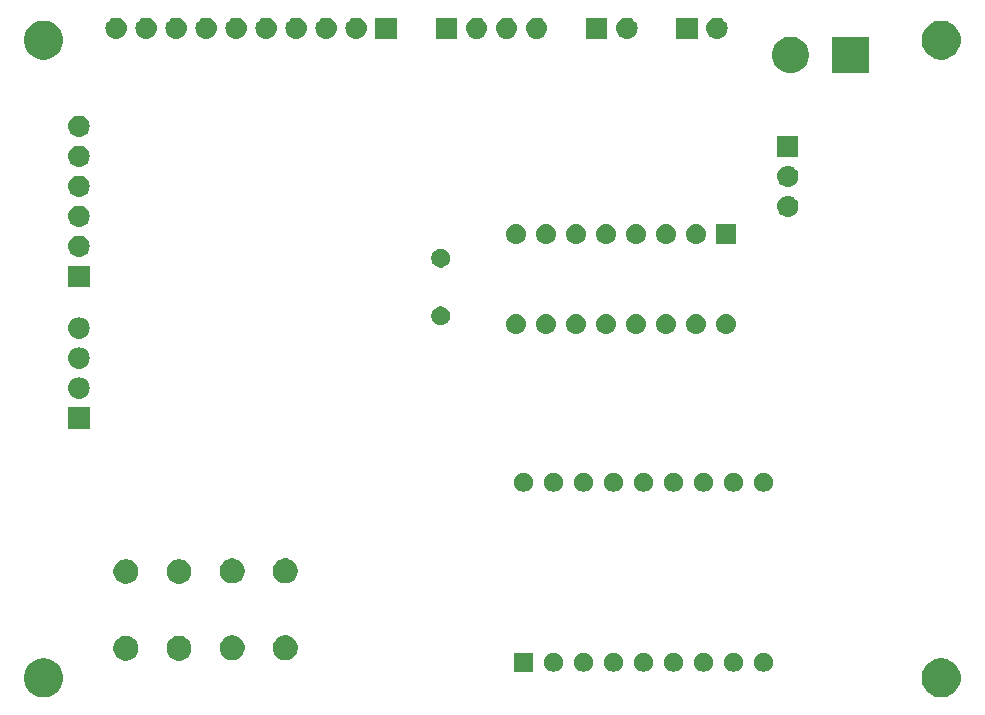
<source format=gbr>
G04 #@! TF.GenerationSoftware,KiCad,Pcbnew,(5.1.2)-1*
G04 #@! TF.CreationDate,2019-06-29T15:08:14-05:00*
G04 #@! TF.ProjectId,TPDSI_1,54504453-495f-4312-9e6b-696361645f70,1.3*
G04 #@! TF.SameCoordinates,Original*
G04 #@! TF.FileFunction,Soldermask,Bot*
G04 #@! TF.FilePolarity,Negative*
%FSLAX46Y46*%
G04 Gerber Fmt 4.6, Leading zero omitted, Abs format (unit mm)*
G04 Created by KiCad (PCBNEW (5.1.2)-1) date 2019-06-29 15:08:14*
%MOMM*%
%LPD*%
G04 APERTURE LIST*
%ADD10C,0.100000*%
G04 APERTURE END LIST*
D10*
G36*
X187568256Y-118039298D02*
G01*
X187674579Y-118060447D01*
X187975042Y-118184903D01*
X188245451Y-118365585D01*
X188475415Y-118595549D01*
X188656097Y-118865958D01*
X188780553Y-119166421D01*
X188844000Y-119485391D01*
X188844000Y-119810609D01*
X188780553Y-120129579D01*
X188656097Y-120430042D01*
X188475415Y-120700451D01*
X188245451Y-120930415D01*
X187975042Y-121111097D01*
X187674579Y-121235553D01*
X187568256Y-121256702D01*
X187355611Y-121299000D01*
X187030389Y-121299000D01*
X186817744Y-121256702D01*
X186711421Y-121235553D01*
X186410958Y-121111097D01*
X186140549Y-120930415D01*
X185910585Y-120700451D01*
X185729903Y-120430042D01*
X185605447Y-120129579D01*
X185542000Y-119810609D01*
X185542000Y-119485391D01*
X185605447Y-119166421D01*
X185729903Y-118865958D01*
X185910585Y-118595549D01*
X186140549Y-118365585D01*
X186410958Y-118184903D01*
X186711421Y-118060447D01*
X186817744Y-118039298D01*
X187030389Y-117997000D01*
X187355611Y-117997000D01*
X187568256Y-118039298D01*
X187568256Y-118039298D01*
G37*
G36*
X111568256Y-118039298D02*
G01*
X111674579Y-118060447D01*
X111975042Y-118184903D01*
X112245451Y-118365585D01*
X112475415Y-118595549D01*
X112656097Y-118865958D01*
X112780553Y-119166421D01*
X112844000Y-119485391D01*
X112844000Y-119810609D01*
X112780553Y-120129579D01*
X112656097Y-120430042D01*
X112475415Y-120700451D01*
X112245451Y-120930415D01*
X111975042Y-121111097D01*
X111674579Y-121235553D01*
X111568256Y-121256702D01*
X111355611Y-121299000D01*
X111030389Y-121299000D01*
X110817744Y-121256702D01*
X110711421Y-121235553D01*
X110410958Y-121111097D01*
X110140549Y-120930415D01*
X109910585Y-120700451D01*
X109729903Y-120430042D01*
X109605447Y-120129579D01*
X109542000Y-119810609D01*
X109542000Y-119485391D01*
X109605447Y-119166421D01*
X109729903Y-118865958D01*
X109910585Y-118595549D01*
X110140549Y-118365585D01*
X110410958Y-118184903D01*
X110711421Y-118060447D01*
X110817744Y-118039298D01*
X111030389Y-117997000D01*
X111355611Y-117997000D01*
X111568256Y-118039298D01*
X111568256Y-118039298D01*
G37*
G36*
X154600642Y-117564781D02*
G01*
X154746414Y-117625162D01*
X154746416Y-117625163D01*
X154877608Y-117712822D01*
X154989178Y-117824392D01*
X155076837Y-117955584D01*
X155076838Y-117955586D01*
X155137219Y-118101358D01*
X155168000Y-118256107D01*
X155168000Y-118413893D01*
X155137219Y-118568642D01*
X155076838Y-118714414D01*
X155076837Y-118714416D01*
X154989178Y-118845608D01*
X154877608Y-118957178D01*
X154746416Y-119044837D01*
X154746415Y-119044838D01*
X154746414Y-119044838D01*
X154600642Y-119105219D01*
X154445893Y-119136000D01*
X154288107Y-119136000D01*
X154133358Y-119105219D01*
X153987586Y-119044838D01*
X153987585Y-119044838D01*
X153987584Y-119044837D01*
X153856392Y-118957178D01*
X153744822Y-118845608D01*
X153657163Y-118714416D01*
X153657162Y-118714414D01*
X153596781Y-118568642D01*
X153566000Y-118413893D01*
X153566000Y-118256107D01*
X153596781Y-118101358D01*
X153657162Y-117955586D01*
X153657163Y-117955584D01*
X153744822Y-117824392D01*
X153856392Y-117712822D01*
X153987584Y-117625163D01*
X153987586Y-117625162D01*
X154133358Y-117564781D01*
X154288107Y-117534000D01*
X154445893Y-117534000D01*
X154600642Y-117564781D01*
X154600642Y-117564781D01*
G37*
G36*
X152628000Y-119136000D02*
G01*
X151026000Y-119136000D01*
X151026000Y-117534000D01*
X152628000Y-117534000D01*
X152628000Y-119136000D01*
X152628000Y-119136000D01*
G37*
G36*
X157140642Y-117564781D02*
G01*
X157286414Y-117625162D01*
X157286416Y-117625163D01*
X157417608Y-117712822D01*
X157529178Y-117824392D01*
X157616837Y-117955584D01*
X157616838Y-117955586D01*
X157677219Y-118101358D01*
X157708000Y-118256107D01*
X157708000Y-118413893D01*
X157677219Y-118568642D01*
X157616838Y-118714414D01*
X157616837Y-118714416D01*
X157529178Y-118845608D01*
X157417608Y-118957178D01*
X157286416Y-119044837D01*
X157286415Y-119044838D01*
X157286414Y-119044838D01*
X157140642Y-119105219D01*
X156985893Y-119136000D01*
X156828107Y-119136000D01*
X156673358Y-119105219D01*
X156527586Y-119044838D01*
X156527585Y-119044838D01*
X156527584Y-119044837D01*
X156396392Y-118957178D01*
X156284822Y-118845608D01*
X156197163Y-118714416D01*
X156197162Y-118714414D01*
X156136781Y-118568642D01*
X156106000Y-118413893D01*
X156106000Y-118256107D01*
X156136781Y-118101358D01*
X156197162Y-117955586D01*
X156197163Y-117955584D01*
X156284822Y-117824392D01*
X156396392Y-117712822D01*
X156527584Y-117625163D01*
X156527586Y-117625162D01*
X156673358Y-117564781D01*
X156828107Y-117534000D01*
X156985893Y-117534000D01*
X157140642Y-117564781D01*
X157140642Y-117564781D01*
G37*
G36*
X159680642Y-117564781D02*
G01*
X159826414Y-117625162D01*
X159826416Y-117625163D01*
X159957608Y-117712822D01*
X160069178Y-117824392D01*
X160156837Y-117955584D01*
X160156838Y-117955586D01*
X160217219Y-118101358D01*
X160248000Y-118256107D01*
X160248000Y-118413893D01*
X160217219Y-118568642D01*
X160156838Y-118714414D01*
X160156837Y-118714416D01*
X160069178Y-118845608D01*
X159957608Y-118957178D01*
X159826416Y-119044837D01*
X159826415Y-119044838D01*
X159826414Y-119044838D01*
X159680642Y-119105219D01*
X159525893Y-119136000D01*
X159368107Y-119136000D01*
X159213358Y-119105219D01*
X159067586Y-119044838D01*
X159067585Y-119044838D01*
X159067584Y-119044837D01*
X158936392Y-118957178D01*
X158824822Y-118845608D01*
X158737163Y-118714416D01*
X158737162Y-118714414D01*
X158676781Y-118568642D01*
X158646000Y-118413893D01*
X158646000Y-118256107D01*
X158676781Y-118101358D01*
X158737162Y-117955586D01*
X158737163Y-117955584D01*
X158824822Y-117824392D01*
X158936392Y-117712822D01*
X159067584Y-117625163D01*
X159067586Y-117625162D01*
X159213358Y-117564781D01*
X159368107Y-117534000D01*
X159525893Y-117534000D01*
X159680642Y-117564781D01*
X159680642Y-117564781D01*
G37*
G36*
X162220642Y-117564781D02*
G01*
X162366414Y-117625162D01*
X162366416Y-117625163D01*
X162497608Y-117712822D01*
X162609178Y-117824392D01*
X162696837Y-117955584D01*
X162696838Y-117955586D01*
X162757219Y-118101358D01*
X162788000Y-118256107D01*
X162788000Y-118413893D01*
X162757219Y-118568642D01*
X162696838Y-118714414D01*
X162696837Y-118714416D01*
X162609178Y-118845608D01*
X162497608Y-118957178D01*
X162366416Y-119044837D01*
X162366415Y-119044838D01*
X162366414Y-119044838D01*
X162220642Y-119105219D01*
X162065893Y-119136000D01*
X161908107Y-119136000D01*
X161753358Y-119105219D01*
X161607586Y-119044838D01*
X161607585Y-119044838D01*
X161607584Y-119044837D01*
X161476392Y-118957178D01*
X161364822Y-118845608D01*
X161277163Y-118714416D01*
X161277162Y-118714414D01*
X161216781Y-118568642D01*
X161186000Y-118413893D01*
X161186000Y-118256107D01*
X161216781Y-118101358D01*
X161277162Y-117955586D01*
X161277163Y-117955584D01*
X161364822Y-117824392D01*
X161476392Y-117712822D01*
X161607584Y-117625163D01*
X161607586Y-117625162D01*
X161753358Y-117564781D01*
X161908107Y-117534000D01*
X162065893Y-117534000D01*
X162220642Y-117564781D01*
X162220642Y-117564781D01*
G37*
G36*
X167300642Y-117564781D02*
G01*
X167446414Y-117625162D01*
X167446416Y-117625163D01*
X167577608Y-117712822D01*
X167689178Y-117824392D01*
X167776837Y-117955584D01*
X167776838Y-117955586D01*
X167837219Y-118101358D01*
X167868000Y-118256107D01*
X167868000Y-118413893D01*
X167837219Y-118568642D01*
X167776838Y-118714414D01*
X167776837Y-118714416D01*
X167689178Y-118845608D01*
X167577608Y-118957178D01*
X167446416Y-119044837D01*
X167446415Y-119044838D01*
X167446414Y-119044838D01*
X167300642Y-119105219D01*
X167145893Y-119136000D01*
X166988107Y-119136000D01*
X166833358Y-119105219D01*
X166687586Y-119044838D01*
X166687585Y-119044838D01*
X166687584Y-119044837D01*
X166556392Y-118957178D01*
X166444822Y-118845608D01*
X166357163Y-118714416D01*
X166357162Y-118714414D01*
X166296781Y-118568642D01*
X166266000Y-118413893D01*
X166266000Y-118256107D01*
X166296781Y-118101358D01*
X166357162Y-117955586D01*
X166357163Y-117955584D01*
X166444822Y-117824392D01*
X166556392Y-117712822D01*
X166687584Y-117625163D01*
X166687586Y-117625162D01*
X166833358Y-117564781D01*
X166988107Y-117534000D01*
X167145893Y-117534000D01*
X167300642Y-117564781D01*
X167300642Y-117564781D01*
G37*
G36*
X169840642Y-117564781D02*
G01*
X169986414Y-117625162D01*
X169986416Y-117625163D01*
X170117608Y-117712822D01*
X170229178Y-117824392D01*
X170316837Y-117955584D01*
X170316838Y-117955586D01*
X170377219Y-118101358D01*
X170408000Y-118256107D01*
X170408000Y-118413893D01*
X170377219Y-118568642D01*
X170316838Y-118714414D01*
X170316837Y-118714416D01*
X170229178Y-118845608D01*
X170117608Y-118957178D01*
X169986416Y-119044837D01*
X169986415Y-119044838D01*
X169986414Y-119044838D01*
X169840642Y-119105219D01*
X169685893Y-119136000D01*
X169528107Y-119136000D01*
X169373358Y-119105219D01*
X169227586Y-119044838D01*
X169227585Y-119044838D01*
X169227584Y-119044837D01*
X169096392Y-118957178D01*
X168984822Y-118845608D01*
X168897163Y-118714416D01*
X168897162Y-118714414D01*
X168836781Y-118568642D01*
X168806000Y-118413893D01*
X168806000Y-118256107D01*
X168836781Y-118101358D01*
X168897162Y-117955586D01*
X168897163Y-117955584D01*
X168984822Y-117824392D01*
X169096392Y-117712822D01*
X169227584Y-117625163D01*
X169227586Y-117625162D01*
X169373358Y-117564781D01*
X169528107Y-117534000D01*
X169685893Y-117534000D01*
X169840642Y-117564781D01*
X169840642Y-117564781D01*
G37*
G36*
X172380642Y-117564781D02*
G01*
X172526414Y-117625162D01*
X172526416Y-117625163D01*
X172657608Y-117712822D01*
X172769178Y-117824392D01*
X172856837Y-117955584D01*
X172856838Y-117955586D01*
X172917219Y-118101358D01*
X172948000Y-118256107D01*
X172948000Y-118413893D01*
X172917219Y-118568642D01*
X172856838Y-118714414D01*
X172856837Y-118714416D01*
X172769178Y-118845608D01*
X172657608Y-118957178D01*
X172526416Y-119044837D01*
X172526415Y-119044838D01*
X172526414Y-119044838D01*
X172380642Y-119105219D01*
X172225893Y-119136000D01*
X172068107Y-119136000D01*
X171913358Y-119105219D01*
X171767586Y-119044838D01*
X171767585Y-119044838D01*
X171767584Y-119044837D01*
X171636392Y-118957178D01*
X171524822Y-118845608D01*
X171437163Y-118714416D01*
X171437162Y-118714414D01*
X171376781Y-118568642D01*
X171346000Y-118413893D01*
X171346000Y-118256107D01*
X171376781Y-118101358D01*
X171437162Y-117955586D01*
X171437163Y-117955584D01*
X171524822Y-117824392D01*
X171636392Y-117712822D01*
X171767584Y-117625163D01*
X171767586Y-117625162D01*
X171913358Y-117564781D01*
X172068107Y-117534000D01*
X172225893Y-117534000D01*
X172380642Y-117564781D01*
X172380642Y-117564781D01*
G37*
G36*
X164760642Y-117564781D02*
G01*
X164906414Y-117625162D01*
X164906416Y-117625163D01*
X165037608Y-117712822D01*
X165149178Y-117824392D01*
X165236837Y-117955584D01*
X165236838Y-117955586D01*
X165297219Y-118101358D01*
X165328000Y-118256107D01*
X165328000Y-118413893D01*
X165297219Y-118568642D01*
X165236838Y-118714414D01*
X165236837Y-118714416D01*
X165149178Y-118845608D01*
X165037608Y-118957178D01*
X164906416Y-119044837D01*
X164906415Y-119044838D01*
X164906414Y-119044838D01*
X164760642Y-119105219D01*
X164605893Y-119136000D01*
X164448107Y-119136000D01*
X164293358Y-119105219D01*
X164147586Y-119044838D01*
X164147585Y-119044838D01*
X164147584Y-119044837D01*
X164016392Y-118957178D01*
X163904822Y-118845608D01*
X163817163Y-118714416D01*
X163817162Y-118714414D01*
X163756781Y-118568642D01*
X163726000Y-118413893D01*
X163726000Y-118256107D01*
X163756781Y-118101358D01*
X163817162Y-117955586D01*
X163817163Y-117955584D01*
X163904822Y-117824392D01*
X164016392Y-117712822D01*
X164147584Y-117625163D01*
X164147586Y-117625162D01*
X164293358Y-117564781D01*
X164448107Y-117534000D01*
X164605893Y-117534000D01*
X164760642Y-117564781D01*
X164760642Y-117564781D01*
G37*
G36*
X122969564Y-116128389D02*
G01*
X123160833Y-116207615D01*
X123160835Y-116207616D01*
X123258143Y-116272635D01*
X123332973Y-116322635D01*
X123479365Y-116469027D01*
X123594385Y-116641167D01*
X123673611Y-116832436D01*
X123714000Y-117035484D01*
X123714000Y-117242516D01*
X123673611Y-117445564D01*
X123615095Y-117586835D01*
X123594384Y-117636835D01*
X123479365Y-117808973D01*
X123332973Y-117955365D01*
X123160835Y-118070384D01*
X123160834Y-118070385D01*
X123160833Y-118070385D01*
X122969564Y-118149611D01*
X122766516Y-118190000D01*
X122559484Y-118190000D01*
X122356436Y-118149611D01*
X122165167Y-118070385D01*
X122165166Y-118070385D01*
X122165165Y-118070384D01*
X121993027Y-117955365D01*
X121846635Y-117808973D01*
X121731616Y-117636835D01*
X121710905Y-117586835D01*
X121652389Y-117445564D01*
X121612000Y-117242516D01*
X121612000Y-117035484D01*
X121652389Y-116832436D01*
X121731615Y-116641167D01*
X121846635Y-116469027D01*
X121993027Y-116322635D01*
X122067857Y-116272635D01*
X122165165Y-116207616D01*
X122165167Y-116207615D01*
X122356436Y-116128389D01*
X122559484Y-116088000D01*
X122766516Y-116088000D01*
X122969564Y-116128389D01*
X122969564Y-116128389D01*
G37*
G36*
X118469564Y-116128389D02*
G01*
X118660833Y-116207615D01*
X118660835Y-116207616D01*
X118758143Y-116272635D01*
X118832973Y-116322635D01*
X118979365Y-116469027D01*
X119094385Y-116641167D01*
X119173611Y-116832436D01*
X119214000Y-117035484D01*
X119214000Y-117242516D01*
X119173611Y-117445564D01*
X119115095Y-117586835D01*
X119094384Y-117636835D01*
X118979365Y-117808973D01*
X118832973Y-117955365D01*
X118660835Y-118070384D01*
X118660834Y-118070385D01*
X118660833Y-118070385D01*
X118469564Y-118149611D01*
X118266516Y-118190000D01*
X118059484Y-118190000D01*
X117856436Y-118149611D01*
X117665167Y-118070385D01*
X117665166Y-118070385D01*
X117665165Y-118070384D01*
X117493027Y-117955365D01*
X117346635Y-117808973D01*
X117231616Y-117636835D01*
X117210905Y-117586835D01*
X117152389Y-117445564D01*
X117112000Y-117242516D01*
X117112000Y-117035484D01*
X117152389Y-116832436D01*
X117231615Y-116641167D01*
X117346635Y-116469027D01*
X117493027Y-116322635D01*
X117567857Y-116272635D01*
X117665165Y-116207616D01*
X117665167Y-116207615D01*
X117856436Y-116128389D01*
X118059484Y-116088000D01*
X118266516Y-116088000D01*
X118469564Y-116128389D01*
X118469564Y-116128389D01*
G37*
G36*
X131969564Y-116078389D02*
G01*
X132090277Y-116128390D01*
X132160835Y-116157616D01*
X132235665Y-116207616D01*
X132332973Y-116272635D01*
X132479365Y-116419027D01*
X132594385Y-116591167D01*
X132673611Y-116782436D01*
X132714000Y-116985484D01*
X132714000Y-117192516D01*
X132673611Y-117395564D01*
X132616269Y-117534000D01*
X132594384Y-117586835D01*
X132479365Y-117758973D01*
X132332973Y-117905365D01*
X132160835Y-118020384D01*
X132160834Y-118020385D01*
X132160833Y-118020385D01*
X131969564Y-118099611D01*
X131766516Y-118140000D01*
X131559484Y-118140000D01*
X131356436Y-118099611D01*
X131165167Y-118020385D01*
X131165166Y-118020385D01*
X131165165Y-118020384D01*
X130993027Y-117905365D01*
X130846635Y-117758973D01*
X130731616Y-117586835D01*
X130709731Y-117534000D01*
X130652389Y-117395564D01*
X130612000Y-117192516D01*
X130612000Y-116985484D01*
X130652389Y-116782436D01*
X130731615Y-116591167D01*
X130846635Y-116419027D01*
X130993027Y-116272635D01*
X131090335Y-116207616D01*
X131165165Y-116157616D01*
X131235723Y-116128390D01*
X131356436Y-116078389D01*
X131559484Y-116038000D01*
X131766516Y-116038000D01*
X131969564Y-116078389D01*
X131969564Y-116078389D01*
G37*
G36*
X127469564Y-116078389D02*
G01*
X127590277Y-116128390D01*
X127660835Y-116157616D01*
X127735665Y-116207616D01*
X127832973Y-116272635D01*
X127979365Y-116419027D01*
X128094385Y-116591167D01*
X128173611Y-116782436D01*
X128214000Y-116985484D01*
X128214000Y-117192516D01*
X128173611Y-117395564D01*
X128116269Y-117534000D01*
X128094384Y-117586835D01*
X127979365Y-117758973D01*
X127832973Y-117905365D01*
X127660835Y-118020384D01*
X127660834Y-118020385D01*
X127660833Y-118020385D01*
X127469564Y-118099611D01*
X127266516Y-118140000D01*
X127059484Y-118140000D01*
X126856436Y-118099611D01*
X126665167Y-118020385D01*
X126665166Y-118020385D01*
X126665165Y-118020384D01*
X126493027Y-117905365D01*
X126346635Y-117758973D01*
X126231616Y-117586835D01*
X126209731Y-117534000D01*
X126152389Y-117395564D01*
X126112000Y-117192516D01*
X126112000Y-116985484D01*
X126152389Y-116782436D01*
X126231615Y-116591167D01*
X126346635Y-116419027D01*
X126493027Y-116272635D01*
X126590335Y-116207616D01*
X126665165Y-116157616D01*
X126735723Y-116128390D01*
X126856436Y-116078389D01*
X127059484Y-116038000D01*
X127266516Y-116038000D01*
X127469564Y-116078389D01*
X127469564Y-116078389D01*
G37*
G36*
X122969564Y-109628389D02*
G01*
X123160833Y-109707615D01*
X123160835Y-109707616D01*
X123258143Y-109772635D01*
X123332973Y-109822635D01*
X123479365Y-109969027D01*
X123594385Y-110141167D01*
X123673611Y-110332436D01*
X123714000Y-110535484D01*
X123714000Y-110742516D01*
X123673611Y-110945564D01*
X123615095Y-111086835D01*
X123594384Y-111136835D01*
X123479365Y-111308973D01*
X123332973Y-111455365D01*
X123160835Y-111570384D01*
X123160834Y-111570385D01*
X123160833Y-111570385D01*
X122969564Y-111649611D01*
X122766516Y-111690000D01*
X122559484Y-111690000D01*
X122356436Y-111649611D01*
X122165167Y-111570385D01*
X122165166Y-111570385D01*
X122165165Y-111570384D01*
X121993027Y-111455365D01*
X121846635Y-111308973D01*
X121731616Y-111136835D01*
X121710905Y-111086835D01*
X121652389Y-110945564D01*
X121612000Y-110742516D01*
X121612000Y-110535484D01*
X121652389Y-110332436D01*
X121731615Y-110141167D01*
X121846635Y-109969027D01*
X121993027Y-109822635D01*
X122067857Y-109772635D01*
X122165165Y-109707616D01*
X122165167Y-109707615D01*
X122356436Y-109628389D01*
X122559484Y-109588000D01*
X122766516Y-109588000D01*
X122969564Y-109628389D01*
X122969564Y-109628389D01*
G37*
G36*
X118469564Y-109628389D02*
G01*
X118660833Y-109707615D01*
X118660835Y-109707616D01*
X118758143Y-109772635D01*
X118832973Y-109822635D01*
X118979365Y-109969027D01*
X119094385Y-110141167D01*
X119173611Y-110332436D01*
X119214000Y-110535484D01*
X119214000Y-110742516D01*
X119173611Y-110945564D01*
X119115095Y-111086835D01*
X119094384Y-111136835D01*
X118979365Y-111308973D01*
X118832973Y-111455365D01*
X118660835Y-111570384D01*
X118660834Y-111570385D01*
X118660833Y-111570385D01*
X118469564Y-111649611D01*
X118266516Y-111690000D01*
X118059484Y-111690000D01*
X117856436Y-111649611D01*
X117665167Y-111570385D01*
X117665166Y-111570385D01*
X117665165Y-111570384D01*
X117493027Y-111455365D01*
X117346635Y-111308973D01*
X117231616Y-111136835D01*
X117210905Y-111086835D01*
X117152389Y-110945564D01*
X117112000Y-110742516D01*
X117112000Y-110535484D01*
X117152389Y-110332436D01*
X117231615Y-110141167D01*
X117346635Y-109969027D01*
X117493027Y-109822635D01*
X117567857Y-109772635D01*
X117665165Y-109707616D01*
X117665167Y-109707615D01*
X117856436Y-109628389D01*
X118059484Y-109588000D01*
X118266516Y-109588000D01*
X118469564Y-109628389D01*
X118469564Y-109628389D01*
G37*
G36*
X131969564Y-109578389D02*
G01*
X132090277Y-109628390D01*
X132160835Y-109657616D01*
X132235665Y-109707616D01*
X132332973Y-109772635D01*
X132479365Y-109919027D01*
X132594385Y-110091167D01*
X132673611Y-110282436D01*
X132714000Y-110485484D01*
X132714000Y-110692516D01*
X132673611Y-110895564D01*
X132594385Y-111086833D01*
X132594384Y-111086835D01*
X132479365Y-111258973D01*
X132332973Y-111405365D01*
X132160835Y-111520384D01*
X132160834Y-111520385D01*
X132160833Y-111520385D01*
X131969564Y-111599611D01*
X131766516Y-111640000D01*
X131559484Y-111640000D01*
X131356436Y-111599611D01*
X131165167Y-111520385D01*
X131165166Y-111520385D01*
X131165165Y-111520384D01*
X130993027Y-111405365D01*
X130846635Y-111258973D01*
X130731616Y-111086835D01*
X130731615Y-111086833D01*
X130652389Y-110895564D01*
X130612000Y-110692516D01*
X130612000Y-110485484D01*
X130652389Y-110282436D01*
X130731615Y-110091167D01*
X130846635Y-109919027D01*
X130993027Y-109772635D01*
X131090335Y-109707616D01*
X131165165Y-109657616D01*
X131235723Y-109628390D01*
X131356436Y-109578389D01*
X131559484Y-109538000D01*
X131766516Y-109538000D01*
X131969564Y-109578389D01*
X131969564Y-109578389D01*
G37*
G36*
X127469564Y-109578389D02*
G01*
X127590277Y-109628390D01*
X127660835Y-109657616D01*
X127735665Y-109707616D01*
X127832973Y-109772635D01*
X127979365Y-109919027D01*
X128094385Y-110091167D01*
X128173611Y-110282436D01*
X128214000Y-110485484D01*
X128214000Y-110692516D01*
X128173611Y-110895564D01*
X128094385Y-111086833D01*
X128094384Y-111086835D01*
X127979365Y-111258973D01*
X127832973Y-111405365D01*
X127660835Y-111520384D01*
X127660834Y-111520385D01*
X127660833Y-111520385D01*
X127469564Y-111599611D01*
X127266516Y-111640000D01*
X127059484Y-111640000D01*
X126856436Y-111599611D01*
X126665167Y-111520385D01*
X126665166Y-111520385D01*
X126665165Y-111520384D01*
X126493027Y-111405365D01*
X126346635Y-111258973D01*
X126231616Y-111086835D01*
X126231615Y-111086833D01*
X126152389Y-110895564D01*
X126112000Y-110692516D01*
X126112000Y-110485484D01*
X126152389Y-110282436D01*
X126231615Y-110091167D01*
X126346635Y-109919027D01*
X126493027Y-109772635D01*
X126590335Y-109707616D01*
X126665165Y-109657616D01*
X126735723Y-109628390D01*
X126856436Y-109578389D01*
X127059484Y-109538000D01*
X127266516Y-109538000D01*
X127469564Y-109578389D01*
X127469564Y-109578389D01*
G37*
G36*
X169840642Y-102324781D02*
G01*
X169986414Y-102385162D01*
X169986416Y-102385163D01*
X170117608Y-102472822D01*
X170229178Y-102584392D01*
X170316837Y-102715584D01*
X170316838Y-102715586D01*
X170377219Y-102861358D01*
X170408000Y-103016107D01*
X170408000Y-103173893D01*
X170377219Y-103328642D01*
X170316838Y-103474414D01*
X170316837Y-103474416D01*
X170229178Y-103605608D01*
X170117608Y-103717178D01*
X169986416Y-103804837D01*
X169986415Y-103804838D01*
X169986414Y-103804838D01*
X169840642Y-103865219D01*
X169685893Y-103896000D01*
X169528107Y-103896000D01*
X169373358Y-103865219D01*
X169227586Y-103804838D01*
X169227585Y-103804838D01*
X169227584Y-103804837D01*
X169096392Y-103717178D01*
X168984822Y-103605608D01*
X168897163Y-103474416D01*
X168897162Y-103474414D01*
X168836781Y-103328642D01*
X168806000Y-103173893D01*
X168806000Y-103016107D01*
X168836781Y-102861358D01*
X168897162Y-102715586D01*
X168897163Y-102715584D01*
X168984822Y-102584392D01*
X169096392Y-102472822D01*
X169227584Y-102385163D01*
X169227586Y-102385162D01*
X169373358Y-102324781D01*
X169528107Y-102294000D01*
X169685893Y-102294000D01*
X169840642Y-102324781D01*
X169840642Y-102324781D01*
G37*
G36*
X167300642Y-102324781D02*
G01*
X167446414Y-102385162D01*
X167446416Y-102385163D01*
X167577608Y-102472822D01*
X167689178Y-102584392D01*
X167776837Y-102715584D01*
X167776838Y-102715586D01*
X167837219Y-102861358D01*
X167868000Y-103016107D01*
X167868000Y-103173893D01*
X167837219Y-103328642D01*
X167776838Y-103474414D01*
X167776837Y-103474416D01*
X167689178Y-103605608D01*
X167577608Y-103717178D01*
X167446416Y-103804837D01*
X167446415Y-103804838D01*
X167446414Y-103804838D01*
X167300642Y-103865219D01*
X167145893Y-103896000D01*
X166988107Y-103896000D01*
X166833358Y-103865219D01*
X166687586Y-103804838D01*
X166687585Y-103804838D01*
X166687584Y-103804837D01*
X166556392Y-103717178D01*
X166444822Y-103605608D01*
X166357163Y-103474416D01*
X166357162Y-103474414D01*
X166296781Y-103328642D01*
X166266000Y-103173893D01*
X166266000Y-103016107D01*
X166296781Y-102861358D01*
X166357162Y-102715586D01*
X166357163Y-102715584D01*
X166444822Y-102584392D01*
X166556392Y-102472822D01*
X166687584Y-102385163D01*
X166687586Y-102385162D01*
X166833358Y-102324781D01*
X166988107Y-102294000D01*
X167145893Y-102294000D01*
X167300642Y-102324781D01*
X167300642Y-102324781D01*
G37*
G36*
X154600642Y-102324781D02*
G01*
X154746414Y-102385162D01*
X154746416Y-102385163D01*
X154877608Y-102472822D01*
X154989178Y-102584392D01*
X155076837Y-102715584D01*
X155076838Y-102715586D01*
X155137219Y-102861358D01*
X155168000Y-103016107D01*
X155168000Y-103173893D01*
X155137219Y-103328642D01*
X155076838Y-103474414D01*
X155076837Y-103474416D01*
X154989178Y-103605608D01*
X154877608Y-103717178D01*
X154746416Y-103804837D01*
X154746415Y-103804838D01*
X154746414Y-103804838D01*
X154600642Y-103865219D01*
X154445893Y-103896000D01*
X154288107Y-103896000D01*
X154133358Y-103865219D01*
X153987586Y-103804838D01*
X153987585Y-103804838D01*
X153987584Y-103804837D01*
X153856392Y-103717178D01*
X153744822Y-103605608D01*
X153657163Y-103474416D01*
X153657162Y-103474414D01*
X153596781Y-103328642D01*
X153566000Y-103173893D01*
X153566000Y-103016107D01*
X153596781Y-102861358D01*
X153657162Y-102715586D01*
X153657163Y-102715584D01*
X153744822Y-102584392D01*
X153856392Y-102472822D01*
X153987584Y-102385163D01*
X153987586Y-102385162D01*
X154133358Y-102324781D01*
X154288107Y-102294000D01*
X154445893Y-102294000D01*
X154600642Y-102324781D01*
X154600642Y-102324781D01*
G37*
G36*
X164760642Y-102324781D02*
G01*
X164906414Y-102385162D01*
X164906416Y-102385163D01*
X165037608Y-102472822D01*
X165149178Y-102584392D01*
X165236837Y-102715584D01*
X165236838Y-102715586D01*
X165297219Y-102861358D01*
X165328000Y-103016107D01*
X165328000Y-103173893D01*
X165297219Y-103328642D01*
X165236838Y-103474414D01*
X165236837Y-103474416D01*
X165149178Y-103605608D01*
X165037608Y-103717178D01*
X164906416Y-103804837D01*
X164906415Y-103804838D01*
X164906414Y-103804838D01*
X164760642Y-103865219D01*
X164605893Y-103896000D01*
X164448107Y-103896000D01*
X164293358Y-103865219D01*
X164147586Y-103804838D01*
X164147585Y-103804838D01*
X164147584Y-103804837D01*
X164016392Y-103717178D01*
X163904822Y-103605608D01*
X163817163Y-103474416D01*
X163817162Y-103474414D01*
X163756781Y-103328642D01*
X163726000Y-103173893D01*
X163726000Y-103016107D01*
X163756781Y-102861358D01*
X163817162Y-102715586D01*
X163817163Y-102715584D01*
X163904822Y-102584392D01*
X164016392Y-102472822D01*
X164147584Y-102385163D01*
X164147586Y-102385162D01*
X164293358Y-102324781D01*
X164448107Y-102294000D01*
X164605893Y-102294000D01*
X164760642Y-102324781D01*
X164760642Y-102324781D01*
G37*
G36*
X162220642Y-102324781D02*
G01*
X162366414Y-102385162D01*
X162366416Y-102385163D01*
X162497608Y-102472822D01*
X162609178Y-102584392D01*
X162696837Y-102715584D01*
X162696838Y-102715586D01*
X162757219Y-102861358D01*
X162788000Y-103016107D01*
X162788000Y-103173893D01*
X162757219Y-103328642D01*
X162696838Y-103474414D01*
X162696837Y-103474416D01*
X162609178Y-103605608D01*
X162497608Y-103717178D01*
X162366416Y-103804837D01*
X162366415Y-103804838D01*
X162366414Y-103804838D01*
X162220642Y-103865219D01*
X162065893Y-103896000D01*
X161908107Y-103896000D01*
X161753358Y-103865219D01*
X161607586Y-103804838D01*
X161607585Y-103804838D01*
X161607584Y-103804837D01*
X161476392Y-103717178D01*
X161364822Y-103605608D01*
X161277163Y-103474416D01*
X161277162Y-103474414D01*
X161216781Y-103328642D01*
X161186000Y-103173893D01*
X161186000Y-103016107D01*
X161216781Y-102861358D01*
X161277162Y-102715586D01*
X161277163Y-102715584D01*
X161364822Y-102584392D01*
X161476392Y-102472822D01*
X161607584Y-102385163D01*
X161607586Y-102385162D01*
X161753358Y-102324781D01*
X161908107Y-102294000D01*
X162065893Y-102294000D01*
X162220642Y-102324781D01*
X162220642Y-102324781D01*
G37*
G36*
X157140642Y-102324781D02*
G01*
X157286414Y-102385162D01*
X157286416Y-102385163D01*
X157417608Y-102472822D01*
X157529178Y-102584392D01*
X157616837Y-102715584D01*
X157616838Y-102715586D01*
X157677219Y-102861358D01*
X157708000Y-103016107D01*
X157708000Y-103173893D01*
X157677219Y-103328642D01*
X157616838Y-103474414D01*
X157616837Y-103474416D01*
X157529178Y-103605608D01*
X157417608Y-103717178D01*
X157286416Y-103804837D01*
X157286415Y-103804838D01*
X157286414Y-103804838D01*
X157140642Y-103865219D01*
X156985893Y-103896000D01*
X156828107Y-103896000D01*
X156673358Y-103865219D01*
X156527586Y-103804838D01*
X156527585Y-103804838D01*
X156527584Y-103804837D01*
X156396392Y-103717178D01*
X156284822Y-103605608D01*
X156197163Y-103474416D01*
X156197162Y-103474414D01*
X156136781Y-103328642D01*
X156106000Y-103173893D01*
X156106000Y-103016107D01*
X156136781Y-102861358D01*
X156197162Y-102715586D01*
X156197163Y-102715584D01*
X156284822Y-102584392D01*
X156396392Y-102472822D01*
X156527584Y-102385163D01*
X156527586Y-102385162D01*
X156673358Y-102324781D01*
X156828107Y-102294000D01*
X156985893Y-102294000D01*
X157140642Y-102324781D01*
X157140642Y-102324781D01*
G37*
G36*
X152060642Y-102324781D02*
G01*
X152206414Y-102385162D01*
X152206416Y-102385163D01*
X152337608Y-102472822D01*
X152449178Y-102584392D01*
X152536837Y-102715584D01*
X152536838Y-102715586D01*
X152597219Y-102861358D01*
X152628000Y-103016107D01*
X152628000Y-103173893D01*
X152597219Y-103328642D01*
X152536838Y-103474414D01*
X152536837Y-103474416D01*
X152449178Y-103605608D01*
X152337608Y-103717178D01*
X152206416Y-103804837D01*
X152206415Y-103804838D01*
X152206414Y-103804838D01*
X152060642Y-103865219D01*
X151905893Y-103896000D01*
X151748107Y-103896000D01*
X151593358Y-103865219D01*
X151447586Y-103804838D01*
X151447585Y-103804838D01*
X151447584Y-103804837D01*
X151316392Y-103717178D01*
X151204822Y-103605608D01*
X151117163Y-103474416D01*
X151117162Y-103474414D01*
X151056781Y-103328642D01*
X151026000Y-103173893D01*
X151026000Y-103016107D01*
X151056781Y-102861358D01*
X151117162Y-102715586D01*
X151117163Y-102715584D01*
X151204822Y-102584392D01*
X151316392Y-102472822D01*
X151447584Y-102385163D01*
X151447586Y-102385162D01*
X151593358Y-102324781D01*
X151748107Y-102294000D01*
X151905893Y-102294000D01*
X152060642Y-102324781D01*
X152060642Y-102324781D01*
G37*
G36*
X172380642Y-102324781D02*
G01*
X172526414Y-102385162D01*
X172526416Y-102385163D01*
X172657608Y-102472822D01*
X172769178Y-102584392D01*
X172856837Y-102715584D01*
X172856838Y-102715586D01*
X172917219Y-102861358D01*
X172948000Y-103016107D01*
X172948000Y-103173893D01*
X172917219Y-103328642D01*
X172856838Y-103474414D01*
X172856837Y-103474416D01*
X172769178Y-103605608D01*
X172657608Y-103717178D01*
X172526416Y-103804837D01*
X172526415Y-103804838D01*
X172526414Y-103804838D01*
X172380642Y-103865219D01*
X172225893Y-103896000D01*
X172068107Y-103896000D01*
X171913358Y-103865219D01*
X171767586Y-103804838D01*
X171767585Y-103804838D01*
X171767584Y-103804837D01*
X171636392Y-103717178D01*
X171524822Y-103605608D01*
X171437163Y-103474416D01*
X171437162Y-103474414D01*
X171376781Y-103328642D01*
X171346000Y-103173893D01*
X171346000Y-103016107D01*
X171376781Y-102861358D01*
X171437162Y-102715586D01*
X171437163Y-102715584D01*
X171524822Y-102584392D01*
X171636392Y-102472822D01*
X171767584Y-102385163D01*
X171767586Y-102385162D01*
X171913358Y-102324781D01*
X172068107Y-102294000D01*
X172225893Y-102294000D01*
X172380642Y-102324781D01*
X172380642Y-102324781D01*
G37*
G36*
X159680642Y-102324781D02*
G01*
X159826414Y-102385162D01*
X159826416Y-102385163D01*
X159957608Y-102472822D01*
X160069178Y-102584392D01*
X160156837Y-102715584D01*
X160156838Y-102715586D01*
X160217219Y-102861358D01*
X160248000Y-103016107D01*
X160248000Y-103173893D01*
X160217219Y-103328642D01*
X160156838Y-103474414D01*
X160156837Y-103474416D01*
X160069178Y-103605608D01*
X159957608Y-103717178D01*
X159826416Y-103804837D01*
X159826415Y-103804838D01*
X159826414Y-103804838D01*
X159680642Y-103865219D01*
X159525893Y-103896000D01*
X159368107Y-103896000D01*
X159213358Y-103865219D01*
X159067586Y-103804838D01*
X159067585Y-103804838D01*
X159067584Y-103804837D01*
X158936392Y-103717178D01*
X158824822Y-103605608D01*
X158737163Y-103474416D01*
X158737162Y-103474414D01*
X158676781Y-103328642D01*
X158646000Y-103173893D01*
X158646000Y-103016107D01*
X158676781Y-102861358D01*
X158737162Y-102715586D01*
X158737163Y-102715584D01*
X158824822Y-102584392D01*
X158936392Y-102472822D01*
X159067584Y-102385163D01*
X159067586Y-102385162D01*
X159213358Y-102324781D01*
X159368107Y-102294000D01*
X159525893Y-102294000D01*
X159680642Y-102324781D01*
X159680642Y-102324781D01*
G37*
G36*
X115094000Y-98549000D02*
G01*
X113292000Y-98549000D01*
X113292000Y-96747000D01*
X115094000Y-96747000D01*
X115094000Y-98549000D01*
X115094000Y-98549000D01*
G37*
G36*
X114303442Y-94213518D02*
G01*
X114369627Y-94220037D01*
X114539466Y-94271557D01*
X114695991Y-94355222D01*
X114731729Y-94384552D01*
X114833186Y-94467814D01*
X114916448Y-94569271D01*
X114945778Y-94605009D01*
X115029443Y-94761534D01*
X115080963Y-94931373D01*
X115098359Y-95108000D01*
X115080963Y-95284627D01*
X115029443Y-95454466D01*
X114945778Y-95610991D01*
X114916448Y-95646729D01*
X114833186Y-95748186D01*
X114731729Y-95831448D01*
X114695991Y-95860778D01*
X114539466Y-95944443D01*
X114369627Y-95995963D01*
X114303443Y-96002481D01*
X114237260Y-96009000D01*
X114148740Y-96009000D01*
X114082557Y-96002481D01*
X114016373Y-95995963D01*
X113846534Y-95944443D01*
X113690009Y-95860778D01*
X113654271Y-95831448D01*
X113552814Y-95748186D01*
X113469552Y-95646729D01*
X113440222Y-95610991D01*
X113356557Y-95454466D01*
X113305037Y-95284627D01*
X113287641Y-95108000D01*
X113305037Y-94931373D01*
X113356557Y-94761534D01*
X113440222Y-94605009D01*
X113469552Y-94569271D01*
X113552814Y-94467814D01*
X113654271Y-94384552D01*
X113690009Y-94355222D01*
X113846534Y-94271557D01*
X114016373Y-94220037D01*
X114082558Y-94213518D01*
X114148740Y-94207000D01*
X114237260Y-94207000D01*
X114303442Y-94213518D01*
X114303442Y-94213518D01*
G37*
G36*
X114303443Y-91673519D02*
G01*
X114369627Y-91680037D01*
X114539466Y-91731557D01*
X114695991Y-91815222D01*
X114731729Y-91844552D01*
X114833186Y-91927814D01*
X114916448Y-92029271D01*
X114945778Y-92065009D01*
X115029443Y-92221534D01*
X115080963Y-92391373D01*
X115098359Y-92568000D01*
X115080963Y-92744627D01*
X115029443Y-92914466D01*
X114945778Y-93070991D01*
X114916448Y-93106729D01*
X114833186Y-93208186D01*
X114731729Y-93291448D01*
X114695991Y-93320778D01*
X114539466Y-93404443D01*
X114369627Y-93455963D01*
X114303442Y-93462482D01*
X114237260Y-93469000D01*
X114148740Y-93469000D01*
X114082558Y-93462482D01*
X114016373Y-93455963D01*
X113846534Y-93404443D01*
X113690009Y-93320778D01*
X113654271Y-93291448D01*
X113552814Y-93208186D01*
X113469552Y-93106729D01*
X113440222Y-93070991D01*
X113356557Y-92914466D01*
X113305037Y-92744627D01*
X113287641Y-92568000D01*
X113305037Y-92391373D01*
X113356557Y-92221534D01*
X113440222Y-92065009D01*
X113469552Y-92029271D01*
X113552814Y-91927814D01*
X113654271Y-91844552D01*
X113690009Y-91815222D01*
X113846534Y-91731557D01*
X114016373Y-91680037D01*
X114082557Y-91673519D01*
X114148740Y-91667000D01*
X114237260Y-91667000D01*
X114303443Y-91673519D01*
X114303443Y-91673519D01*
G37*
G36*
X114303442Y-89133518D02*
G01*
X114369627Y-89140037D01*
X114539466Y-89191557D01*
X114695991Y-89275222D01*
X114731729Y-89304552D01*
X114833186Y-89387814D01*
X114916448Y-89489271D01*
X114945778Y-89525009D01*
X115029443Y-89681534D01*
X115080963Y-89851373D01*
X115098359Y-90028000D01*
X115080963Y-90204627D01*
X115029443Y-90374466D01*
X114945778Y-90530991D01*
X114916448Y-90566729D01*
X114833186Y-90668186D01*
X114731729Y-90751448D01*
X114695991Y-90780778D01*
X114539466Y-90864443D01*
X114369627Y-90915963D01*
X114303442Y-90922482D01*
X114237260Y-90929000D01*
X114148740Y-90929000D01*
X114082558Y-90922482D01*
X114016373Y-90915963D01*
X113846534Y-90864443D01*
X113690009Y-90780778D01*
X113654271Y-90751448D01*
X113552814Y-90668186D01*
X113469552Y-90566729D01*
X113440222Y-90530991D01*
X113356557Y-90374466D01*
X113305037Y-90204627D01*
X113287641Y-90028000D01*
X113305037Y-89851373D01*
X113356557Y-89681534D01*
X113440222Y-89525009D01*
X113469552Y-89489271D01*
X113552814Y-89387814D01*
X113654271Y-89304552D01*
X113690009Y-89275222D01*
X113846534Y-89191557D01*
X114016373Y-89140037D01*
X114082558Y-89133518D01*
X114148740Y-89127000D01*
X114237260Y-89127000D01*
X114303442Y-89133518D01*
X114303442Y-89133518D01*
G37*
G36*
X153898823Y-88841313D02*
G01*
X154059242Y-88889976D01*
X154191906Y-88960886D01*
X154207078Y-88968996D01*
X154336659Y-89075341D01*
X154443004Y-89204922D01*
X154443005Y-89204924D01*
X154522024Y-89352758D01*
X154570687Y-89513177D01*
X154587117Y-89680000D01*
X154570687Y-89846823D01*
X154522024Y-90007242D01*
X154451114Y-90139906D01*
X154443004Y-90155078D01*
X154336659Y-90284659D01*
X154207078Y-90391004D01*
X154207076Y-90391005D01*
X154059242Y-90470024D01*
X153898823Y-90518687D01*
X153773804Y-90531000D01*
X153690196Y-90531000D01*
X153565177Y-90518687D01*
X153404758Y-90470024D01*
X153256924Y-90391005D01*
X153256922Y-90391004D01*
X153127341Y-90284659D01*
X153020996Y-90155078D01*
X153012886Y-90139906D01*
X152941976Y-90007242D01*
X152893313Y-89846823D01*
X152876883Y-89680000D01*
X152893313Y-89513177D01*
X152941976Y-89352758D01*
X153020995Y-89204924D01*
X153020996Y-89204922D01*
X153127341Y-89075341D01*
X153256922Y-88968996D01*
X153272094Y-88960886D01*
X153404758Y-88889976D01*
X153565177Y-88841313D01*
X153690196Y-88829000D01*
X153773804Y-88829000D01*
X153898823Y-88841313D01*
X153898823Y-88841313D01*
G37*
G36*
X156438823Y-88841313D02*
G01*
X156599242Y-88889976D01*
X156731906Y-88960886D01*
X156747078Y-88968996D01*
X156876659Y-89075341D01*
X156983004Y-89204922D01*
X156983005Y-89204924D01*
X157062024Y-89352758D01*
X157110687Y-89513177D01*
X157127117Y-89680000D01*
X157110687Y-89846823D01*
X157062024Y-90007242D01*
X156991114Y-90139906D01*
X156983004Y-90155078D01*
X156876659Y-90284659D01*
X156747078Y-90391004D01*
X156747076Y-90391005D01*
X156599242Y-90470024D01*
X156438823Y-90518687D01*
X156313804Y-90531000D01*
X156230196Y-90531000D01*
X156105177Y-90518687D01*
X155944758Y-90470024D01*
X155796924Y-90391005D01*
X155796922Y-90391004D01*
X155667341Y-90284659D01*
X155560996Y-90155078D01*
X155552886Y-90139906D01*
X155481976Y-90007242D01*
X155433313Y-89846823D01*
X155416883Y-89680000D01*
X155433313Y-89513177D01*
X155481976Y-89352758D01*
X155560995Y-89204924D01*
X155560996Y-89204922D01*
X155667341Y-89075341D01*
X155796922Y-88968996D01*
X155812094Y-88960886D01*
X155944758Y-88889976D01*
X156105177Y-88841313D01*
X156230196Y-88829000D01*
X156313804Y-88829000D01*
X156438823Y-88841313D01*
X156438823Y-88841313D01*
G37*
G36*
X161518823Y-88841313D02*
G01*
X161679242Y-88889976D01*
X161811906Y-88960886D01*
X161827078Y-88968996D01*
X161956659Y-89075341D01*
X162063004Y-89204922D01*
X162063005Y-89204924D01*
X162142024Y-89352758D01*
X162190687Y-89513177D01*
X162207117Y-89680000D01*
X162190687Y-89846823D01*
X162142024Y-90007242D01*
X162071114Y-90139906D01*
X162063004Y-90155078D01*
X161956659Y-90284659D01*
X161827078Y-90391004D01*
X161827076Y-90391005D01*
X161679242Y-90470024D01*
X161518823Y-90518687D01*
X161393804Y-90531000D01*
X161310196Y-90531000D01*
X161185177Y-90518687D01*
X161024758Y-90470024D01*
X160876924Y-90391005D01*
X160876922Y-90391004D01*
X160747341Y-90284659D01*
X160640996Y-90155078D01*
X160632886Y-90139906D01*
X160561976Y-90007242D01*
X160513313Y-89846823D01*
X160496883Y-89680000D01*
X160513313Y-89513177D01*
X160561976Y-89352758D01*
X160640995Y-89204924D01*
X160640996Y-89204922D01*
X160747341Y-89075341D01*
X160876922Y-88968996D01*
X160892094Y-88960886D01*
X161024758Y-88889976D01*
X161185177Y-88841313D01*
X161310196Y-88829000D01*
X161393804Y-88829000D01*
X161518823Y-88841313D01*
X161518823Y-88841313D01*
G37*
G36*
X164058823Y-88841313D02*
G01*
X164219242Y-88889976D01*
X164351906Y-88960886D01*
X164367078Y-88968996D01*
X164496659Y-89075341D01*
X164603004Y-89204922D01*
X164603005Y-89204924D01*
X164682024Y-89352758D01*
X164730687Y-89513177D01*
X164747117Y-89680000D01*
X164730687Y-89846823D01*
X164682024Y-90007242D01*
X164611114Y-90139906D01*
X164603004Y-90155078D01*
X164496659Y-90284659D01*
X164367078Y-90391004D01*
X164367076Y-90391005D01*
X164219242Y-90470024D01*
X164058823Y-90518687D01*
X163933804Y-90531000D01*
X163850196Y-90531000D01*
X163725177Y-90518687D01*
X163564758Y-90470024D01*
X163416924Y-90391005D01*
X163416922Y-90391004D01*
X163287341Y-90284659D01*
X163180996Y-90155078D01*
X163172886Y-90139906D01*
X163101976Y-90007242D01*
X163053313Y-89846823D01*
X163036883Y-89680000D01*
X163053313Y-89513177D01*
X163101976Y-89352758D01*
X163180995Y-89204924D01*
X163180996Y-89204922D01*
X163287341Y-89075341D01*
X163416922Y-88968996D01*
X163432094Y-88960886D01*
X163564758Y-88889976D01*
X163725177Y-88841313D01*
X163850196Y-88829000D01*
X163933804Y-88829000D01*
X164058823Y-88841313D01*
X164058823Y-88841313D01*
G37*
G36*
X166598823Y-88841313D02*
G01*
X166759242Y-88889976D01*
X166891906Y-88960886D01*
X166907078Y-88968996D01*
X167036659Y-89075341D01*
X167143004Y-89204922D01*
X167143005Y-89204924D01*
X167222024Y-89352758D01*
X167270687Y-89513177D01*
X167287117Y-89680000D01*
X167270687Y-89846823D01*
X167222024Y-90007242D01*
X167151114Y-90139906D01*
X167143004Y-90155078D01*
X167036659Y-90284659D01*
X166907078Y-90391004D01*
X166907076Y-90391005D01*
X166759242Y-90470024D01*
X166598823Y-90518687D01*
X166473804Y-90531000D01*
X166390196Y-90531000D01*
X166265177Y-90518687D01*
X166104758Y-90470024D01*
X165956924Y-90391005D01*
X165956922Y-90391004D01*
X165827341Y-90284659D01*
X165720996Y-90155078D01*
X165712886Y-90139906D01*
X165641976Y-90007242D01*
X165593313Y-89846823D01*
X165576883Y-89680000D01*
X165593313Y-89513177D01*
X165641976Y-89352758D01*
X165720995Y-89204924D01*
X165720996Y-89204922D01*
X165827341Y-89075341D01*
X165956922Y-88968996D01*
X165972094Y-88960886D01*
X166104758Y-88889976D01*
X166265177Y-88841313D01*
X166390196Y-88829000D01*
X166473804Y-88829000D01*
X166598823Y-88841313D01*
X166598823Y-88841313D01*
G37*
G36*
X169138823Y-88841313D02*
G01*
X169299242Y-88889976D01*
X169431906Y-88960886D01*
X169447078Y-88968996D01*
X169576659Y-89075341D01*
X169683004Y-89204922D01*
X169683005Y-89204924D01*
X169762024Y-89352758D01*
X169810687Y-89513177D01*
X169827117Y-89680000D01*
X169810687Y-89846823D01*
X169762024Y-90007242D01*
X169691114Y-90139906D01*
X169683004Y-90155078D01*
X169576659Y-90284659D01*
X169447078Y-90391004D01*
X169447076Y-90391005D01*
X169299242Y-90470024D01*
X169138823Y-90518687D01*
X169013804Y-90531000D01*
X168930196Y-90531000D01*
X168805177Y-90518687D01*
X168644758Y-90470024D01*
X168496924Y-90391005D01*
X168496922Y-90391004D01*
X168367341Y-90284659D01*
X168260996Y-90155078D01*
X168252886Y-90139906D01*
X168181976Y-90007242D01*
X168133313Y-89846823D01*
X168116883Y-89680000D01*
X168133313Y-89513177D01*
X168181976Y-89352758D01*
X168260995Y-89204924D01*
X168260996Y-89204922D01*
X168367341Y-89075341D01*
X168496922Y-88968996D01*
X168512094Y-88960886D01*
X168644758Y-88889976D01*
X168805177Y-88841313D01*
X168930196Y-88829000D01*
X169013804Y-88829000D01*
X169138823Y-88841313D01*
X169138823Y-88841313D01*
G37*
G36*
X158978823Y-88841313D02*
G01*
X159139242Y-88889976D01*
X159271906Y-88960886D01*
X159287078Y-88968996D01*
X159416659Y-89075341D01*
X159523004Y-89204922D01*
X159523005Y-89204924D01*
X159602024Y-89352758D01*
X159650687Y-89513177D01*
X159667117Y-89680000D01*
X159650687Y-89846823D01*
X159602024Y-90007242D01*
X159531114Y-90139906D01*
X159523004Y-90155078D01*
X159416659Y-90284659D01*
X159287078Y-90391004D01*
X159287076Y-90391005D01*
X159139242Y-90470024D01*
X158978823Y-90518687D01*
X158853804Y-90531000D01*
X158770196Y-90531000D01*
X158645177Y-90518687D01*
X158484758Y-90470024D01*
X158336924Y-90391005D01*
X158336922Y-90391004D01*
X158207341Y-90284659D01*
X158100996Y-90155078D01*
X158092886Y-90139906D01*
X158021976Y-90007242D01*
X157973313Y-89846823D01*
X157956883Y-89680000D01*
X157973313Y-89513177D01*
X158021976Y-89352758D01*
X158100995Y-89204924D01*
X158100996Y-89204922D01*
X158207341Y-89075341D01*
X158336922Y-88968996D01*
X158352094Y-88960886D01*
X158484758Y-88889976D01*
X158645177Y-88841313D01*
X158770196Y-88829000D01*
X158853804Y-88829000D01*
X158978823Y-88841313D01*
X158978823Y-88841313D01*
G37*
G36*
X151358823Y-88841313D02*
G01*
X151519242Y-88889976D01*
X151651906Y-88960886D01*
X151667078Y-88968996D01*
X151796659Y-89075341D01*
X151903004Y-89204922D01*
X151903005Y-89204924D01*
X151982024Y-89352758D01*
X152030687Y-89513177D01*
X152047117Y-89680000D01*
X152030687Y-89846823D01*
X151982024Y-90007242D01*
X151911114Y-90139906D01*
X151903004Y-90155078D01*
X151796659Y-90284659D01*
X151667078Y-90391004D01*
X151667076Y-90391005D01*
X151519242Y-90470024D01*
X151358823Y-90518687D01*
X151233804Y-90531000D01*
X151150196Y-90531000D01*
X151025177Y-90518687D01*
X150864758Y-90470024D01*
X150716924Y-90391005D01*
X150716922Y-90391004D01*
X150587341Y-90284659D01*
X150480996Y-90155078D01*
X150472886Y-90139906D01*
X150401976Y-90007242D01*
X150353313Y-89846823D01*
X150336883Y-89680000D01*
X150353313Y-89513177D01*
X150401976Y-89352758D01*
X150480995Y-89204924D01*
X150480996Y-89204922D01*
X150587341Y-89075341D01*
X150716922Y-88968996D01*
X150732094Y-88960886D01*
X150864758Y-88889976D01*
X151025177Y-88841313D01*
X151150196Y-88829000D01*
X151233804Y-88829000D01*
X151358823Y-88841313D01*
X151358823Y-88841313D01*
G37*
G36*
X145050642Y-88233281D02*
G01*
X145196414Y-88293662D01*
X145196416Y-88293663D01*
X145327608Y-88381322D01*
X145439178Y-88492892D01*
X145526837Y-88624084D01*
X145526838Y-88624086D01*
X145587219Y-88769858D01*
X145618000Y-88924607D01*
X145618000Y-89082393D01*
X145587219Y-89237142D01*
X145539329Y-89352758D01*
X145526837Y-89382916D01*
X145439178Y-89514108D01*
X145327608Y-89625678D01*
X145196416Y-89713337D01*
X145196415Y-89713338D01*
X145196414Y-89713338D01*
X145050642Y-89773719D01*
X144895893Y-89804500D01*
X144738107Y-89804500D01*
X144583358Y-89773719D01*
X144437586Y-89713338D01*
X144437585Y-89713338D01*
X144437584Y-89713337D01*
X144306392Y-89625678D01*
X144194822Y-89514108D01*
X144107163Y-89382916D01*
X144094671Y-89352758D01*
X144046781Y-89237142D01*
X144016000Y-89082393D01*
X144016000Y-88924607D01*
X144046781Y-88769858D01*
X144107162Y-88624086D01*
X144107163Y-88624084D01*
X144194822Y-88492892D01*
X144306392Y-88381322D01*
X144437584Y-88293663D01*
X144437586Y-88293662D01*
X144583358Y-88233281D01*
X144738107Y-88202500D01*
X144895893Y-88202500D01*
X145050642Y-88233281D01*
X145050642Y-88233281D01*
G37*
G36*
X115094000Y-86549000D02*
G01*
X113292000Y-86549000D01*
X113292000Y-84747000D01*
X115094000Y-84747000D01*
X115094000Y-86549000D01*
X115094000Y-86549000D01*
G37*
G36*
X145050642Y-83333281D02*
G01*
X145196414Y-83393662D01*
X145196416Y-83393663D01*
X145327608Y-83481322D01*
X145439178Y-83592892D01*
X145451271Y-83610991D01*
X145526838Y-83724086D01*
X145587219Y-83869858D01*
X145618000Y-84024607D01*
X145618000Y-84182393D01*
X145587219Y-84337142D01*
X145526838Y-84482914D01*
X145526837Y-84482916D01*
X145439178Y-84614108D01*
X145327608Y-84725678D01*
X145196416Y-84813337D01*
X145196415Y-84813338D01*
X145196414Y-84813338D01*
X145050642Y-84873719D01*
X144895893Y-84904500D01*
X144738107Y-84904500D01*
X144583358Y-84873719D01*
X144437586Y-84813338D01*
X144437585Y-84813338D01*
X144437584Y-84813337D01*
X144306392Y-84725678D01*
X144194822Y-84614108D01*
X144107163Y-84482916D01*
X144107162Y-84482914D01*
X144046781Y-84337142D01*
X144016000Y-84182393D01*
X144016000Y-84024607D01*
X144046781Y-83869858D01*
X144107162Y-83724086D01*
X144182729Y-83610991D01*
X144194822Y-83592892D01*
X144306392Y-83481322D01*
X144437584Y-83393663D01*
X144437586Y-83393662D01*
X144583358Y-83333281D01*
X144738107Y-83302500D01*
X144895893Y-83302500D01*
X145050642Y-83333281D01*
X145050642Y-83333281D01*
G37*
G36*
X114303442Y-82213518D02*
G01*
X114369627Y-82220037D01*
X114539466Y-82271557D01*
X114695991Y-82355222D01*
X114731729Y-82384552D01*
X114833186Y-82467814D01*
X114888387Y-82535078D01*
X114945778Y-82605009D01*
X115029443Y-82761534D01*
X115080963Y-82931373D01*
X115098359Y-83108000D01*
X115080963Y-83284627D01*
X115029443Y-83454466D01*
X114945778Y-83610991D01*
X114916448Y-83646729D01*
X114833186Y-83748186D01*
X114731729Y-83831448D01*
X114695991Y-83860778D01*
X114539466Y-83944443D01*
X114369627Y-83995963D01*
X114303443Y-84002481D01*
X114237260Y-84009000D01*
X114148740Y-84009000D01*
X114082557Y-84002481D01*
X114016373Y-83995963D01*
X113846534Y-83944443D01*
X113690009Y-83860778D01*
X113654271Y-83831448D01*
X113552814Y-83748186D01*
X113469552Y-83646729D01*
X113440222Y-83610991D01*
X113356557Y-83454466D01*
X113305037Y-83284627D01*
X113287641Y-83108000D01*
X113305037Y-82931373D01*
X113356557Y-82761534D01*
X113440222Y-82605009D01*
X113497613Y-82535078D01*
X113552814Y-82467814D01*
X113654271Y-82384552D01*
X113690009Y-82355222D01*
X113846534Y-82271557D01*
X114016373Y-82220037D01*
X114082558Y-82213518D01*
X114148740Y-82207000D01*
X114237260Y-82207000D01*
X114303442Y-82213518D01*
X114303442Y-82213518D01*
G37*
G36*
X169823000Y-82911000D02*
G01*
X168121000Y-82911000D01*
X168121000Y-81209000D01*
X169823000Y-81209000D01*
X169823000Y-82911000D01*
X169823000Y-82911000D01*
G37*
G36*
X151358823Y-81221313D02*
G01*
X151519242Y-81269976D01*
X151651906Y-81340886D01*
X151667078Y-81348996D01*
X151796659Y-81455341D01*
X151903004Y-81584922D01*
X151903005Y-81584924D01*
X151982024Y-81732758D01*
X152030687Y-81893177D01*
X152047117Y-82060000D01*
X152030687Y-82226823D01*
X151982024Y-82387242D01*
X151938957Y-82467814D01*
X151903004Y-82535078D01*
X151796659Y-82664659D01*
X151667078Y-82771004D01*
X151667076Y-82771005D01*
X151519242Y-82850024D01*
X151358823Y-82898687D01*
X151233804Y-82911000D01*
X151150196Y-82911000D01*
X151025177Y-82898687D01*
X150864758Y-82850024D01*
X150716924Y-82771005D01*
X150716922Y-82771004D01*
X150587341Y-82664659D01*
X150480996Y-82535078D01*
X150445043Y-82467814D01*
X150401976Y-82387242D01*
X150353313Y-82226823D01*
X150336883Y-82060000D01*
X150353313Y-81893177D01*
X150401976Y-81732758D01*
X150480995Y-81584924D01*
X150480996Y-81584922D01*
X150587341Y-81455341D01*
X150716922Y-81348996D01*
X150732094Y-81340886D01*
X150864758Y-81269976D01*
X151025177Y-81221313D01*
X151150196Y-81209000D01*
X151233804Y-81209000D01*
X151358823Y-81221313D01*
X151358823Y-81221313D01*
G37*
G36*
X166598823Y-81221313D02*
G01*
X166759242Y-81269976D01*
X166891906Y-81340886D01*
X166907078Y-81348996D01*
X167036659Y-81455341D01*
X167143004Y-81584922D01*
X167143005Y-81584924D01*
X167222024Y-81732758D01*
X167270687Y-81893177D01*
X167287117Y-82060000D01*
X167270687Y-82226823D01*
X167222024Y-82387242D01*
X167178957Y-82467814D01*
X167143004Y-82535078D01*
X167036659Y-82664659D01*
X166907078Y-82771004D01*
X166907076Y-82771005D01*
X166759242Y-82850024D01*
X166598823Y-82898687D01*
X166473804Y-82911000D01*
X166390196Y-82911000D01*
X166265177Y-82898687D01*
X166104758Y-82850024D01*
X165956924Y-82771005D01*
X165956922Y-82771004D01*
X165827341Y-82664659D01*
X165720996Y-82535078D01*
X165685043Y-82467814D01*
X165641976Y-82387242D01*
X165593313Y-82226823D01*
X165576883Y-82060000D01*
X165593313Y-81893177D01*
X165641976Y-81732758D01*
X165720995Y-81584924D01*
X165720996Y-81584922D01*
X165827341Y-81455341D01*
X165956922Y-81348996D01*
X165972094Y-81340886D01*
X166104758Y-81269976D01*
X166265177Y-81221313D01*
X166390196Y-81209000D01*
X166473804Y-81209000D01*
X166598823Y-81221313D01*
X166598823Y-81221313D01*
G37*
G36*
X153898823Y-81221313D02*
G01*
X154059242Y-81269976D01*
X154191906Y-81340886D01*
X154207078Y-81348996D01*
X154336659Y-81455341D01*
X154443004Y-81584922D01*
X154443005Y-81584924D01*
X154522024Y-81732758D01*
X154570687Y-81893177D01*
X154587117Y-82060000D01*
X154570687Y-82226823D01*
X154522024Y-82387242D01*
X154478957Y-82467814D01*
X154443004Y-82535078D01*
X154336659Y-82664659D01*
X154207078Y-82771004D01*
X154207076Y-82771005D01*
X154059242Y-82850024D01*
X153898823Y-82898687D01*
X153773804Y-82911000D01*
X153690196Y-82911000D01*
X153565177Y-82898687D01*
X153404758Y-82850024D01*
X153256924Y-82771005D01*
X153256922Y-82771004D01*
X153127341Y-82664659D01*
X153020996Y-82535078D01*
X152985043Y-82467814D01*
X152941976Y-82387242D01*
X152893313Y-82226823D01*
X152876883Y-82060000D01*
X152893313Y-81893177D01*
X152941976Y-81732758D01*
X153020995Y-81584924D01*
X153020996Y-81584922D01*
X153127341Y-81455341D01*
X153256922Y-81348996D01*
X153272094Y-81340886D01*
X153404758Y-81269976D01*
X153565177Y-81221313D01*
X153690196Y-81209000D01*
X153773804Y-81209000D01*
X153898823Y-81221313D01*
X153898823Y-81221313D01*
G37*
G36*
X164058823Y-81221313D02*
G01*
X164219242Y-81269976D01*
X164351906Y-81340886D01*
X164367078Y-81348996D01*
X164496659Y-81455341D01*
X164603004Y-81584922D01*
X164603005Y-81584924D01*
X164682024Y-81732758D01*
X164730687Y-81893177D01*
X164747117Y-82060000D01*
X164730687Y-82226823D01*
X164682024Y-82387242D01*
X164638957Y-82467814D01*
X164603004Y-82535078D01*
X164496659Y-82664659D01*
X164367078Y-82771004D01*
X164367076Y-82771005D01*
X164219242Y-82850024D01*
X164058823Y-82898687D01*
X163933804Y-82911000D01*
X163850196Y-82911000D01*
X163725177Y-82898687D01*
X163564758Y-82850024D01*
X163416924Y-82771005D01*
X163416922Y-82771004D01*
X163287341Y-82664659D01*
X163180996Y-82535078D01*
X163145043Y-82467814D01*
X163101976Y-82387242D01*
X163053313Y-82226823D01*
X163036883Y-82060000D01*
X163053313Y-81893177D01*
X163101976Y-81732758D01*
X163180995Y-81584924D01*
X163180996Y-81584922D01*
X163287341Y-81455341D01*
X163416922Y-81348996D01*
X163432094Y-81340886D01*
X163564758Y-81269976D01*
X163725177Y-81221313D01*
X163850196Y-81209000D01*
X163933804Y-81209000D01*
X164058823Y-81221313D01*
X164058823Y-81221313D01*
G37*
G36*
X156438823Y-81221313D02*
G01*
X156599242Y-81269976D01*
X156731906Y-81340886D01*
X156747078Y-81348996D01*
X156876659Y-81455341D01*
X156983004Y-81584922D01*
X156983005Y-81584924D01*
X157062024Y-81732758D01*
X157110687Y-81893177D01*
X157127117Y-82060000D01*
X157110687Y-82226823D01*
X157062024Y-82387242D01*
X157018957Y-82467814D01*
X156983004Y-82535078D01*
X156876659Y-82664659D01*
X156747078Y-82771004D01*
X156747076Y-82771005D01*
X156599242Y-82850024D01*
X156438823Y-82898687D01*
X156313804Y-82911000D01*
X156230196Y-82911000D01*
X156105177Y-82898687D01*
X155944758Y-82850024D01*
X155796924Y-82771005D01*
X155796922Y-82771004D01*
X155667341Y-82664659D01*
X155560996Y-82535078D01*
X155525043Y-82467814D01*
X155481976Y-82387242D01*
X155433313Y-82226823D01*
X155416883Y-82060000D01*
X155433313Y-81893177D01*
X155481976Y-81732758D01*
X155560995Y-81584924D01*
X155560996Y-81584922D01*
X155667341Y-81455341D01*
X155796922Y-81348996D01*
X155812094Y-81340886D01*
X155944758Y-81269976D01*
X156105177Y-81221313D01*
X156230196Y-81209000D01*
X156313804Y-81209000D01*
X156438823Y-81221313D01*
X156438823Y-81221313D01*
G37*
G36*
X161518823Y-81221313D02*
G01*
X161679242Y-81269976D01*
X161811906Y-81340886D01*
X161827078Y-81348996D01*
X161956659Y-81455341D01*
X162063004Y-81584922D01*
X162063005Y-81584924D01*
X162142024Y-81732758D01*
X162190687Y-81893177D01*
X162207117Y-82060000D01*
X162190687Y-82226823D01*
X162142024Y-82387242D01*
X162098957Y-82467814D01*
X162063004Y-82535078D01*
X161956659Y-82664659D01*
X161827078Y-82771004D01*
X161827076Y-82771005D01*
X161679242Y-82850024D01*
X161518823Y-82898687D01*
X161393804Y-82911000D01*
X161310196Y-82911000D01*
X161185177Y-82898687D01*
X161024758Y-82850024D01*
X160876924Y-82771005D01*
X160876922Y-82771004D01*
X160747341Y-82664659D01*
X160640996Y-82535078D01*
X160605043Y-82467814D01*
X160561976Y-82387242D01*
X160513313Y-82226823D01*
X160496883Y-82060000D01*
X160513313Y-81893177D01*
X160561976Y-81732758D01*
X160640995Y-81584924D01*
X160640996Y-81584922D01*
X160747341Y-81455341D01*
X160876922Y-81348996D01*
X160892094Y-81340886D01*
X161024758Y-81269976D01*
X161185177Y-81221313D01*
X161310196Y-81209000D01*
X161393804Y-81209000D01*
X161518823Y-81221313D01*
X161518823Y-81221313D01*
G37*
G36*
X158978823Y-81221313D02*
G01*
X159139242Y-81269976D01*
X159271906Y-81340886D01*
X159287078Y-81348996D01*
X159416659Y-81455341D01*
X159523004Y-81584922D01*
X159523005Y-81584924D01*
X159602024Y-81732758D01*
X159650687Y-81893177D01*
X159667117Y-82060000D01*
X159650687Y-82226823D01*
X159602024Y-82387242D01*
X159558957Y-82467814D01*
X159523004Y-82535078D01*
X159416659Y-82664659D01*
X159287078Y-82771004D01*
X159287076Y-82771005D01*
X159139242Y-82850024D01*
X158978823Y-82898687D01*
X158853804Y-82911000D01*
X158770196Y-82911000D01*
X158645177Y-82898687D01*
X158484758Y-82850024D01*
X158336924Y-82771005D01*
X158336922Y-82771004D01*
X158207341Y-82664659D01*
X158100996Y-82535078D01*
X158065043Y-82467814D01*
X158021976Y-82387242D01*
X157973313Y-82226823D01*
X157956883Y-82060000D01*
X157973313Y-81893177D01*
X158021976Y-81732758D01*
X158100995Y-81584924D01*
X158100996Y-81584922D01*
X158207341Y-81455341D01*
X158336922Y-81348996D01*
X158352094Y-81340886D01*
X158484758Y-81269976D01*
X158645177Y-81221313D01*
X158770196Y-81209000D01*
X158853804Y-81209000D01*
X158978823Y-81221313D01*
X158978823Y-81221313D01*
G37*
G36*
X114303442Y-79673518D02*
G01*
X114369627Y-79680037D01*
X114539466Y-79731557D01*
X114695991Y-79815222D01*
X114731729Y-79844552D01*
X114833186Y-79927814D01*
X114916448Y-80029271D01*
X114945778Y-80065009D01*
X115029443Y-80221534D01*
X115080963Y-80391373D01*
X115098359Y-80568000D01*
X115080963Y-80744627D01*
X115029443Y-80914466D01*
X114945778Y-81070991D01*
X114916448Y-81106729D01*
X114833186Y-81208186D01*
X114731729Y-81291448D01*
X114695991Y-81320778D01*
X114539466Y-81404443D01*
X114369627Y-81455963D01*
X114303442Y-81462482D01*
X114237260Y-81469000D01*
X114148740Y-81469000D01*
X114082558Y-81462482D01*
X114016373Y-81455963D01*
X113846534Y-81404443D01*
X113690009Y-81320778D01*
X113654271Y-81291448D01*
X113552814Y-81208186D01*
X113469552Y-81106729D01*
X113440222Y-81070991D01*
X113356557Y-80914466D01*
X113305037Y-80744627D01*
X113287641Y-80568000D01*
X113305037Y-80391373D01*
X113356557Y-80221534D01*
X113440222Y-80065009D01*
X113469552Y-80029271D01*
X113552814Y-79927814D01*
X113654271Y-79844552D01*
X113690009Y-79815222D01*
X113846534Y-79731557D01*
X114016373Y-79680037D01*
X114082558Y-79673518D01*
X114148740Y-79667000D01*
X114237260Y-79667000D01*
X114303442Y-79673518D01*
X114303442Y-79673518D01*
G37*
G36*
X174303443Y-78833519D02*
G01*
X174369627Y-78840037D01*
X174539466Y-78891557D01*
X174695991Y-78975222D01*
X174731729Y-79004552D01*
X174833186Y-79087814D01*
X174916448Y-79189271D01*
X174945778Y-79225009D01*
X175029443Y-79381534D01*
X175080963Y-79551373D01*
X175098359Y-79728000D01*
X175080963Y-79904627D01*
X175029443Y-80074466D01*
X174945778Y-80230991D01*
X174916448Y-80266729D01*
X174833186Y-80368186D01*
X174731729Y-80451448D01*
X174695991Y-80480778D01*
X174539466Y-80564443D01*
X174369627Y-80615963D01*
X174303442Y-80622482D01*
X174237260Y-80629000D01*
X174148740Y-80629000D01*
X174082558Y-80622482D01*
X174016373Y-80615963D01*
X173846534Y-80564443D01*
X173690009Y-80480778D01*
X173654271Y-80451448D01*
X173552814Y-80368186D01*
X173469552Y-80266729D01*
X173440222Y-80230991D01*
X173356557Y-80074466D01*
X173305037Y-79904627D01*
X173287641Y-79728000D01*
X173305037Y-79551373D01*
X173356557Y-79381534D01*
X173440222Y-79225009D01*
X173469552Y-79189271D01*
X173552814Y-79087814D01*
X173654271Y-79004552D01*
X173690009Y-78975222D01*
X173846534Y-78891557D01*
X174016373Y-78840037D01*
X174082557Y-78833519D01*
X174148740Y-78827000D01*
X174237260Y-78827000D01*
X174303443Y-78833519D01*
X174303443Y-78833519D01*
G37*
G36*
X114303443Y-77133519D02*
G01*
X114369627Y-77140037D01*
X114539466Y-77191557D01*
X114695991Y-77275222D01*
X114731729Y-77304552D01*
X114833186Y-77387814D01*
X114916448Y-77489271D01*
X114945778Y-77525009D01*
X115029443Y-77681534D01*
X115080963Y-77851373D01*
X115098359Y-78028000D01*
X115080963Y-78204627D01*
X115029443Y-78374466D01*
X114945778Y-78530991D01*
X114916448Y-78566729D01*
X114833186Y-78668186D01*
X114731729Y-78751448D01*
X114695991Y-78780778D01*
X114539466Y-78864443D01*
X114369627Y-78915963D01*
X114303443Y-78922481D01*
X114237260Y-78929000D01*
X114148740Y-78929000D01*
X114082557Y-78922481D01*
X114016373Y-78915963D01*
X113846534Y-78864443D01*
X113690009Y-78780778D01*
X113654271Y-78751448D01*
X113552814Y-78668186D01*
X113469552Y-78566729D01*
X113440222Y-78530991D01*
X113356557Y-78374466D01*
X113305037Y-78204627D01*
X113287641Y-78028000D01*
X113305037Y-77851373D01*
X113356557Y-77681534D01*
X113440222Y-77525009D01*
X113469552Y-77489271D01*
X113552814Y-77387814D01*
X113654271Y-77304552D01*
X113690009Y-77275222D01*
X113846534Y-77191557D01*
X114016373Y-77140037D01*
X114082557Y-77133519D01*
X114148740Y-77127000D01*
X114237260Y-77127000D01*
X114303443Y-77133519D01*
X114303443Y-77133519D01*
G37*
G36*
X174303443Y-76293519D02*
G01*
X174369627Y-76300037D01*
X174539466Y-76351557D01*
X174695991Y-76435222D01*
X174731729Y-76464552D01*
X174833186Y-76547814D01*
X174916448Y-76649271D01*
X174945778Y-76685009D01*
X175029443Y-76841534D01*
X175080963Y-77011373D01*
X175098359Y-77188000D01*
X175080963Y-77364627D01*
X175029443Y-77534466D01*
X174945778Y-77690991D01*
X174916448Y-77726729D01*
X174833186Y-77828186D01*
X174731729Y-77911448D01*
X174695991Y-77940778D01*
X174539466Y-78024443D01*
X174369627Y-78075963D01*
X174303443Y-78082481D01*
X174237260Y-78089000D01*
X174148740Y-78089000D01*
X174082557Y-78082481D01*
X174016373Y-78075963D01*
X173846534Y-78024443D01*
X173690009Y-77940778D01*
X173654271Y-77911448D01*
X173552814Y-77828186D01*
X173469552Y-77726729D01*
X173440222Y-77690991D01*
X173356557Y-77534466D01*
X173305037Y-77364627D01*
X173287641Y-77188000D01*
X173305037Y-77011373D01*
X173356557Y-76841534D01*
X173440222Y-76685009D01*
X173469552Y-76649271D01*
X173552814Y-76547814D01*
X173654271Y-76464552D01*
X173690009Y-76435222D01*
X173846534Y-76351557D01*
X174016373Y-76300037D01*
X174082557Y-76293519D01*
X174148740Y-76287000D01*
X174237260Y-76287000D01*
X174303443Y-76293519D01*
X174303443Y-76293519D01*
G37*
G36*
X114303442Y-74593518D02*
G01*
X114369627Y-74600037D01*
X114539466Y-74651557D01*
X114695991Y-74735222D01*
X114731729Y-74764552D01*
X114833186Y-74847814D01*
X114916448Y-74949271D01*
X114945778Y-74985009D01*
X115029443Y-75141534D01*
X115080963Y-75311373D01*
X115098359Y-75488000D01*
X115080963Y-75664627D01*
X115029443Y-75834466D01*
X114945778Y-75990991D01*
X114916448Y-76026729D01*
X114833186Y-76128186D01*
X114731729Y-76211448D01*
X114695991Y-76240778D01*
X114539466Y-76324443D01*
X114369627Y-76375963D01*
X114303443Y-76382481D01*
X114237260Y-76389000D01*
X114148740Y-76389000D01*
X114082557Y-76382481D01*
X114016373Y-76375963D01*
X113846534Y-76324443D01*
X113690009Y-76240778D01*
X113654271Y-76211448D01*
X113552814Y-76128186D01*
X113469552Y-76026729D01*
X113440222Y-75990991D01*
X113356557Y-75834466D01*
X113305037Y-75664627D01*
X113287641Y-75488000D01*
X113305037Y-75311373D01*
X113356557Y-75141534D01*
X113440222Y-74985009D01*
X113469552Y-74949271D01*
X113552814Y-74847814D01*
X113654271Y-74764552D01*
X113690009Y-74735222D01*
X113846534Y-74651557D01*
X114016373Y-74600037D01*
X114082558Y-74593518D01*
X114148740Y-74587000D01*
X114237260Y-74587000D01*
X114303442Y-74593518D01*
X114303442Y-74593518D01*
G37*
G36*
X175094000Y-75549000D02*
G01*
X173292000Y-75549000D01*
X173292000Y-73747000D01*
X175094000Y-73747000D01*
X175094000Y-75549000D01*
X175094000Y-75549000D01*
G37*
G36*
X114303443Y-72053519D02*
G01*
X114369627Y-72060037D01*
X114539466Y-72111557D01*
X114695991Y-72195222D01*
X114731729Y-72224552D01*
X114833186Y-72307814D01*
X114916448Y-72409271D01*
X114945778Y-72445009D01*
X115029443Y-72601534D01*
X115080963Y-72771373D01*
X115098359Y-72948000D01*
X115080963Y-73124627D01*
X115029443Y-73294466D01*
X114945778Y-73450991D01*
X114916448Y-73486729D01*
X114833186Y-73588186D01*
X114731729Y-73671448D01*
X114695991Y-73700778D01*
X114539466Y-73784443D01*
X114369627Y-73835963D01*
X114303442Y-73842482D01*
X114237260Y-73849000D01*
X114148740Y-73849000D01*
X114082558Y-73842482D01*
X114016373Y-73835963D01*
X113846534Y-73784443D01*
X113690009Y-73700778D01*
X113654271Y-73671448D01*
X113552814Y-73588186D01*
X113469552Y-73486729D01*
X113440222Y-73450991D01*
X113356557Y-73294466D01*
X113305037Y-73124627D01*
X113287641Y-72948000D01*
X113305037Y-72771373D01*
X113356557Y-72601534D01*
X113440222Y-72445009D01*
X113469552Y-72409271D01*
X113552814Y-72307814D01*
X113654271Y-72224552D01*
X113690009Y-72195222D01*
X113846534Y-72111557D01*
X114016373Y-72060037D01*
X114082557Y-72053519D01*
X114148740Y-72047000D01*
X114237260Y-72047000D01*
X114303443Y-72053519D01*
X114303443Y-72053519D01*
G37*
G36*
X181078200Y-68449000D02*
G01*
X177976200Y-68449000D01*
X177976200Y-65347000D01*
X181078200Y-65347000D01*
X181078200Y-68449000D01*
X181078200Y-68449000D01*
G37*
G36*
X174749785Y-65376802D02*
G01*
X174899610Y-65406604D01*
X175181874Y-65523521D01*
X175435905Y-65693259D01*
X175651941Y-65909295D01*
X175821679Y-66163326D01*
X175938596Y-66445590D01*
X175998200Y-66745240D01*
X175998200Y-67050760D01*
X175938596Y-67350410D01*
X175821679Y-67632674D01*
X175651941Y-67886705D01*
X175435905Y-68102741D01*
X175181874Y-68272479D01*
X174899610Y-68389396D01*
X174749785Y-68419198D01*
X174599961Y-68449000D01*
X174294439Y-68449000D01*
X174144615Y-68419198D01*
X173994790Y-68389396D01*
X173712526Y-68272479D01*
X173458495Y-68102741D01*
X173242459Y-67886705D01*
X173072721Y-67632674D01*
X172955804Y-67350410D01*
X172896200Y-67050760D01*
X172896200Y-66745240D01*
X172955804Y-66445590D01*
X173072721Y-66163326D01*
X173242459Y-65909295D01*
X173458495Y-65693259D01*
X173712526Y-65523521D01*
X173994790Y-65406604D01*
X174144615Y-65376802D01*
X174294439Y-65347000D01*
X174599961Y-65347000D01*
X174749785Y-65376802D01*
X174749785Y-65376802D01*
G37*
G36*
X187568256Y-64039298D02*
G01*
X187674579Y-64060447D01*
X187975042Y-64184903D01*
X188245451Y-64365585D01*
X188475415Y-64595549D01*
X188656097Y-64865958D01*
X188774162Y-65150991D01*
X188780553Y-65166422D01*
X188843812Y-65484443D01*
X188844000Y-65485391D01*
X188844000Y-65810609D01*
X188780553Y-66129579D01*
X188656097Y-66430042D01*
X188475415Y-66700451D01*
X188245451Y-66930415D01*
X187975042Y-67111097D01*
X187674579Y-67235553D01*
X187568256Y-67256702D01*
X187355611Y-67299000D01*
X187030389Y-67299000D01*
X186817744Y-67256702D01*
X186711421Y-67235553D01*
X186410958Y-67111097D01*
X186140549Y-66930415D01*
X185910585Y-66700451D01*
X185729903Y-66430042D01*
X185605447Y-66129579D01*
X185542000Y-65810609D01*
X185542000Y-65485391D01*
X185542189Y-65484443D01*
X185605447Y-65166422D01*
X185611839Y-65150991D01*
X185729903Y-64865958D01*
X185910585Y-64595549D01*
X186140549Y-64365585D01*
X186410958Y-64184903D01*
X186711421Y-64060447D01*
X186817744Y-64039298D01*
X187030389Y-63997000D01*
X187355611Y-63997000D01*
X187568256Y-64039298D01*
X187568256Y-64039298D01*
G37*
G36*
X111568256Y-64039298D02*
G01*
X111674579Y-64060447D01*
X111975042Y-64184903D01*
X112245451Y-64365585D01*
X112475415Y-64595549D01*
X112656097Y-64865958D01*
X112774162Y-65150991D01*
X112780553Y-65166422D01*
X112843812Y-65484443D01*
X112844000Y-65485391D01*
X112844000Y-65810609D01*
X112780553Y-66129579D01*
X112656097Y-66430042D01*
X112475415Y-66700451D01*
X112245451Y-66930415D01*
X111975042Y-67111097D01*
X111674579Y-67235553D01*
X111568256Y-67256702D01*
X111355611Y-67299000D01*
X111030389Y-67299000D01*
X110817744Y-67256702D01*
X110711421Y-67235553D01*
X110410958Y-67111097D01*
X110140549Y-66930415D01*
X109910585Y-66700451D01*
X109729903Y-66430042D01*
X109605447Y-66129579D01*
X109542000Y-65810609D01*
X109542000Y-65485391D01*
X109542189Y-65484443D01*
X109605447Y-65166422D01*
X109611839Y-65150991D01*
X109729903Y-64865958D01*
X109910585Y-64595549D01*
X110140549Y-64365585D01*
X110410958Y-64184903D01*
X110711421Y-64060447D01*
X110817744Y-64039298D01*
X111030389Y-63997000D01*
X111355611Y-63997000D01*
X111568256Y-64039298D01*
X111568256Y-64039298D01*
G37*
G36*
X130143442Y-63753518D02*
G01*
X130209627Y-63760037D01*
X130379466Y-63811557D01*
X130535991Y-63895222D01*
X130571729Y-63924552D01*
X130673186Y-64007814D01*
X130756448Y-64109271D01*
X130785778Y-64145009D01*
X130869443Y-64301534D01*
X130920963Y-64471373D01*
X130938359Y-64648000D01*
X130920963Y-64824627D01*
X130869443Y-64994466D01*
X130785778Y-65150991D01*
X130773114Y-65166422D01*
X130673186Y-65288186D01*
X130571729Y-65371448D01*
X130535991Y-65400778D01*
X130379466Y-65484443D01*
X130209627Y-65535963D01*
X130143443Y-65542481D01*
X130077260Y-65549000D01*
X129988740Y-65549000D01*
X129922557Y-65542481D01*
X129856373Y-65535963D01*
X129686534Y-65484443D01*
X129530009Y-65400778D01*
X129494271Y-65371448D01*
X129392814Y-65288186D01*
X129292886Y-65166422D01*
X129280222Y-65150991D01*
X129196557Y-64994466D01*
X129145037Y-64824627D01*
X129127641Y-64648000D01*
X129145037Y-64471373D01*
X129196557Y-64301534D01*
X129280222Y-64145009D01*
X129309552Y-64109271D01*
X129392814Y-64007814D01*
X129494271Y-63924552D01*
X129530009Y-63895222D01*
X129686534Y-63811557D01*
X129856373Y-63760037D01*
X129922558Y-63753518D01*
X129988740Y-63747000D01*
X130077260Y-63747000D01*
X130143442Y-63753518D01*
X130143442Y-63753518D01*
G37*
G36*
X158939000Y-65549000D02*
G01*
X157137000Y-65549000D01*
X157137000Y-63747000D01*
X158939000Y-63747000D01*
X158939000Y-65549000D01*
X158939000Y-65549000D01*
G37*
G36*
X166561500Y-65549000D02*
G01*
X164759500Y-65549000D01*
X164759500Y-63747000D01*
X166561500Y-63747000D01*
X166561500Y-65549000D01*
X166561500Y-65549000D01*
G37*
G36*
X168310942Y-63753518D02*
G01*
X168377127Y-63760037D01*
X168546966Y-63811557D01*
X168703491Y-63895222D01*
X168739229Y-63924552D01*
X168840686Y-64007814D01*
X168923948Y-64109271D01*
X168953278Y-64145009D01*
X169036943Y-64301534D01*
X169088463Y-64471373D01*
X169105859Y-64648000D01*
X169088463Y-64824627D01*
X169036943Y-64994466D01*
X168953278Y-65150991D01*
X168940614Y-65166422D01*
X168840686Y-65288186D01*
X168739229Y-65371448D01*
X168703491Y-65400778D01*
X168546966Y-65484443D01*
X168377127Y-65535963D01*
X168310943Y-65542481D01*
X168244760Y-65549000D01*
X168156240Y-65549000D01*
X168090057Y-65542481D01*
X168023873Y-65535963D01*
X167854034Y-65484443D01*
X167697509Y-65400778D01*
X167661771Y-65371448D01*
X167560314Y-65288186D01*
X167460386Y-65166422D01*
X167447722Y-65150991D01*
X167364057Y-64994466D01*
X167312537Y-64824627D01*
X167295141Y-64648000D01*
X167312537Y-64471373D01*
X167364057Y-64301534D01*
X167447722Y-64145009D01*
X167477052Y-64109271D01*
X167560314Y-64007814D01*
X167661771Y-63924552D01*
X167697509Y-63895222D01*
X167854034Y-63811557D01*
X168023873Y-63760037D01*
X168090058Y-63753518D01*
X168156240Y-63747000D01*
X168244760Y-63747000D01*
X168310942Y-63753518D01*
X168310942Y-63753518D01*
G37*
G36*
X160688442Y-63753518D02*
G01*
X160754627Y-63760037D01*
X160924466Y-63811557D01*
X161080991Y-63895222D01*
X161116729Y-63924552D01*
X161218186Y-64007814D01*
X161301448Y-64109271D01*
X161330778Y-64145009D01*
X161414443Y-64301534D01*
X161465963Y-64471373D01*
X161483359Y-64648000D01*
X161465963Y-64824627D01*
X161414443Y-64994466D01*
X161330778Y-65150991D01*
X161318114Y-65166422D01*
X161218186Y-65288186D01*
X161116729Y-65371448D01*
X161080991Y-65400778D01*
X160924466Y-65484443D01*
X160754627Y-65535963D01*
X160688443Y-65542481D01*
X160622260Y-65549000D01*
X160533740Y-65549000D01*
X160467557Y-65542481D01*
X160401373Y-65535963D01*
X160231534Y-65484443D01*
X160075009Y-65400778D01*
X160039271Y-65371448D01*
X159937814Y-65288186D01*
X159837886Y-65166422D01*
X159825222Y-65150991D01*
X159741557Y-64994466D01*
X159690037Y-64824627D01*
X159672641Y-64648000D01*
X159690037Y-64471373D01*
X159741557Y-64301534D01*
X159825222Y-64145009D01*
X159854552Y-64109271D01*
X159937814Y-64007814D01*
X160039271Y-63924552D01*
X160075009Y-63895222D01*
X160231534Y-63811557D01*
X160401373Y-63760037D01*
X160467558Y-63753518D01*
X160533740Y-63747000D01*
X160622260Y-63747000D01*
X160688442Y-63753518D01*
X160688442Y-63753518D01*
G37*
G36*
X117443442Y-63753518D02*
G01*
X117509627Y-63760037D01*
X117679466Y-63811557D01*
X117835991Y-63895222D01*
X117871729Y-63924552D01*
X117973186Y-64007814D01*
X118056448Y-64109271D01*
X118085778Y-64145009D01*
X118169443Y-64301534D01*
X118220963Y-64471373D01*
X118238359Y-64648000D01*
X118220963Y-64824627D01*
X118169443Y-64994466D01*
X118085778Y-65150991D01*
X118073114Y-65166422D01*
X117973186Y-65288186D01*
X117871729Y-65371448D01*
X117835991Y-65400778D01*
X117679466Y-65484443D01*
X117509627Y-65535963D01*
X117443443Y-65542481D01*
X117377260Y-65549000D01*
X117288740Y-65549000D01*
X117222557Y-65542481D01*
X117156373Y-65535963D01*
X116986534Y-65484443D01*
X116830009Y-65400778D01*
X116794271Y-65371448D01*
X116692814Y-65288186D01*
X116592886Y-65166422D01*
X116580222Y-65150991D01*
X116496557Y-64994466D01*
X116445037Y-64824627D01*
X116427641Y-64648000D01*
X116445037Y-64471373D01*
X116496557Y-64301534D01*
X116580222Y-64145009D01*
X116609552Y-64109271D01*
X116692814Y-64007814D01*
X116794271Y-63924552D01*
X116830009Y-63895222D01*
X116986534Y-63811557D01*
X117156373Y-63760037D01*
X117222558Y-63753518D01*
X117288740Y-63747000D01*
X117377260Y-63747000D01*
X117443442Y-63753518D01*
X117443442Y-63753518D01*
G37*
G36*
X119983442Y-63753518D02*
G01*
X120049627Y-63760037D01*
X120219466Y-63811557D01*
X120375991Y-63895222D01*
X120411729Y-63924552D01*
X120513186Y-64007814D01*
X120596448Y-64109271D01*
X120625778Y-64145009D01*
X120709443Y-64301534D01*
X120760963Y-64471373D01*
X120778359Y-64648000D01*
X120760963Y-64824627D01*
X120709443Y-64994466D01*
X120625778Y-65150991D01*
X120613114Y-65166422D01*
X120513186Y-65288186D01*
X120411729Y-65371448D01*
X120375991Y-65400778D01*
X120219466Y-65484443D01*
X120049627Y-65535963D01*
X119983443Y-65542481D01*
X119917260Y-65549000D01*
X119828740Y-65549000D01*
X119762557Y-65542481D01*
X119696373Y-65535963D01*
X119526534Y-65484443D01*
X119370009Y-65400778D01*
X119334271Y-65371448D01*
X119232814Y-65288186D01*
X119132886Y-65166422D01*
X119120222Y-65150991D01*
X119036557Y-64994466D01*
X118985037Y-64824627D01*
X118967641Y-64648000D01*
X118985037Y-64471373D01*
X119036557Y-64301534D01*
X119120222Y-64145009D01*
X119149552Y-64109271D01*
X119232814Y-64007814D01*
X119334271Y-63924552D01*
X119370009Y-63895222D01*
X119526534Y-63811557D01*
X119696373Y-63760037D01*
X119762558Y-63753518D01*
X119828740Y-63747000D01*
X119917260Y-63747000D01*
X119983442Y-63753518D01*
X119983442Y-63753518D01*
G37*
G36*
X122523442Y-63753518D02*
G01*
X122589627Y-63760037D01*
X122759466Y-63811557D01*
X122915991Y-63895222D01*
X122951729Y-63924552D01*
X123053186Y-64007814D01*
X123136448Y-64109271D01*
X123165778Y-64145009D01*
X123249443Y-64301534D01*
X123300963Y-64471373D01*
X123318359Y-64648000D01*
X123300963Y-64824627D01*
X123249443Y-64994466D01*
X123165778Y-65150991D01*
X123153114Y-65166422D01*
X123053186Y-65288186D01*
X122951729Y-65371448D01*
X122915991Y-65400778D01*
X122759466Y-65484443D01*
X122589627Y-65535963D01*
X122523443Y-65542481D01*
X122457260Y-65549000D01*
X122368740Y-65549000D01*
X122302557Y-65542481D01*
X122236373Y-65535963D01*
X122066534Y-65484443D01*
X121910009Y-65400778D01*
X121874271Y-65371448D01*
X121772814Y-65288186D01*
X121672886Y-65166422D01*
X121660222Y-65150991D01*
X121576557Y-64994466D01*
X121525037Y-64824627D01*
X121507641Y-64648000D01*
X121525037Y-64471373D01*
X121576557Y-64301534D01*
X121660222Y-64145009D01*
X121689552Y-64109271D01*
X121772814Y-64007814D01*
X121874271Y-63924552D01*
X121910009Y-63895222D01*
X122066534Y-63811557D01*
X122236373Y-63760037D01*
X122302558Y-63753518D01*
X122368740Y-63747000D01*
X122457260Y-63747000D01*
X122523442Y-63753518D01*
X122523442Y-63753518D01*
G37*
G36*
X125063442Y-63753518D02*
G01*
X125129627Y-63760037D01*
X125299466Y-63811557D01*
X125455991Y-63895222D01*
X125491729Y-63924552D01*
X125593186Y-64007814D01*
X125676448Y-64109271D01*
X125705778Y-64145009D01*
X125789443Y-64301534D01*
X125840963Y-64471373D01*
X125858359Y-64648000D01*
X125840963Y-64824627D01*
X125789443Y-64994466D01*
X125705778Y-65150991D01*
X125693114Y-65166422D01*
X125593186Y-65288186D01*
X125491729Y-65371448D01*
X125455991Y-65400778D01*
X125299466Y-65484443D01*
X125129627Y-65535963D01*
X125063443Y-65542481D01*
X124997260Y-65549000D01*
X124908740Y-65549000D01*
X124842557Y-65542481D01*
X124776373Y-65535963D01*
X124606534Y-65484443D01*
X124450009Y-65400778D01*
X124414271Y-65371448D01*
X124312814Y-65288186D01*
X124212886Y-65166422D01*
X124200222Y-65150991D01*
X124116557Y-64994466D01*
X124065037Y-64824627D01*
X124047641Y-64648000D01*
X124065037Y-64471373D01*
X124116557Y-64301534D01*
X124200222Y-64145009D01*
X124229552Y-64109271D01*
X124312814Y-64007814D01*
X124414271Y-63924552D01*
X124450009Y-63895222D01*
X124606534Y-63811557D01*
X124776373Y-63760037D01*
X124842558Y-63753518D01*
X124908740Y-63747000D01*
X124997260Y-63747000D01*
X125063442Y-63753518D01*
X125063442Y-63753518D01*
G37*
G36*
X127603442Y-63753518D02*
G01*
X127669627Y-63760037D01*
X127839466Y-63811557D01*
X127995991Y-63895222D01*
X128031729Y-63924552D01*
X128133186Y-64007814D01*
X128216448Y-64109271D01*
X128245778Y-64145009D01*
X128329443Y-64301534D01*
X128380963Y-64471373D01*
X128398359Y-64648000D01*
X128380963Y-64824627D01*
X128329443Y-64994466D01*
X128245778Y-65150991D01*
X128233114Y-65166422D01*
X128133186Y-65288186D01*
X128031729Y-65371448D01*
X127995991Y-65400778D01*
X127839466Y-65484443D01*
X127669627Y-65535963D01*
X127603443Y-65542481D01*
X127537260Y-65549000D01*
X127448740Y-65549000D01*
X127382557Y-65542481D01*
X127316373Y-65535963D01*
X127146534Y-65484443D01*
X126990009Y-65400778D01*
X126954271Y-65371448D01*
X126852814Y-65288186D01*
X126752886Y-65166422D01*
X126740222Y-65150991D01*
X126656557Y-64994466D01*
X126605037Y-64824627D01*
X126587641Y-64648000D01*
X126605037Y-64471373D01*
X126656557Y-64301534D01*
X126740222Y-64145009D01*
X126769552Y-64109271D01*
X126852814Y-64007814D01*
X126954271Y-63924552D01*
X126990009Y-63895222D01*
X127146534Y-63811557D01*
X127316373Y-63760037D01*
X127382558Y-63753518D01*
X127448740Y-63747000D01*
X127537260Y-63747000D01*
X127603442Y-63753518D01*
X127603442Y-63753518D01*
G37*
G36*
X146216500Y-65549000D02*
G01*
X144414500Y-65549000D01*
X144414500Y-63747000D01*
X146216500Y-63747000D01*
X146216500Y-65549000D01*
X146216500Y-65549000D01*
G37*
G36*
X147965942Y-63753518D02*
G01*
X148032127Y-63760037D01*
X148201966Y-63811557D01*
X148358491Y-63895222D01*
X148394229Y-63924552D01*
X148495686Y-64007814D01*
X148578948Y-64109271D01*
X148608278Y-64145009D01*
X148691943Y-64301534D01*
X148743463Y-64471373D01*
X148760859Y-64648000D01*
X148743463Y-64824627D01*
X148691943Y-64994466D01*
X148608278Y-65150991D01*
X148595614Y-65166422D01*
X148495686Y-65288186D01*
X148394229Y-65371448D01*
X148358491Y-65400778D01*
X148201966Y-65484443D01*
X148032127Y-65535963D01*
X147965943Y-65542481D01*
X147899760Y-65549000D01*
X147811240Y-65549000D01*
X147745057Y-65542481D01*
X147678873Y-65535963D01*
X147509034Y-65484443D01*
X147352509Y-65400778D01*
X147316771Y-65371448D01*
X147215314Y-65288186D01*
X147115386Y-65166422D01*
X147102722Y-65150991D01*
X147019057Y-64994466D01*
X146967537Y-64824627D01*
X146950141Y-64648000D01*
X146967537Y-64471373D01*
X147019057Y-64301534D01*
X147102722Y-64145009D01*
X147132052Y-64109271D01*
X147215314Y-64007814D01*
X147316771Y-63924552D01*
X147352509Y-63895222D01*
X147509034Y-63811557D01*
X147678873Y-63760037D01*
X147745058Y-63753518D01*
X147811240Y-63747000D01*
X147899760Y-63747000D01*
X147965942Y-63753518D01*
X147965942Y-63753518D01*
G37*
G36*
X150505942Y-63753518D02*
G01*
X150572127Y-63760037D01*
X150741966Y-63811557D01*
X150898491Y-63895222D01*
X150934229Y-63924552D01*
X151035686Y-64007814D01*
X151118948Y-64109271D01*
X151148278Y-64145009D01*
X151231943Y-64301534D01*
X151283463Y-64471373D01*
X151300859Y-64648000D01*
X151283463Y-64824627D01*
X151231943Y-64994466D01*
X151148278Y-65150991D01*
X151135614Y-65166422D01*
X151035686Y-65288186D01*
X150934229Y-65371448D01*
X150898491Y-65400778D01*
X150741966Y-65484443D01*
X150572127Y-65535963D01*
X150505943Y-65542481D01*
X150439760Y-65549000D01*
X150351240Y-65549000D01*
X150285057Y-65542481D01*
X150218873Y-65535963D01*
X150049034Y-65484443D01*
X149892509Y-65400778D01*
X149856771Y-65371448D01*
X149755314Y-65288186D01*
X149655386Y-65166422D01*
X149642722Y-65150991D01*
X149559057Y-64994466D01*
X149507537Y-64824627D01*
X149490141Y-64648000D01*
X149507537Y-64471373D01*
X149559057Y-64301534D01*
X149642722Y-64145009D01*
X149672052Y-64109271D01*
X149755314Y-64007814D01*
X149856771Y-63924552D01*
X149892509Y-63895222D01*
X150049034Y-63811557D01*
X150218873Y-63760037D01*
X150285058Y-63753518D01*
X150351240Y-63747000D01*
X150439760Y-63747000D01*
X150505942Y-63753518D01*
X150505942Y-63753518D01*
G37*
G36*
X153045942Y-63753518D02*
G01*
X153112127Y-63760037D01*
X153281966Y-63811557D01*
X153438491Y-63895222D01*
X153474229Y-63924552D01*
X153575686Y-64007814D01*
X153658948Y-64109271D01*
X153688278Y-64145009D01*
X153771943Y-64301534D01*
X153823463Y-64471373D01*
X153840859Y-64648000D01*
X153823463Y-64824627D01*
X153771943Y-64994466D01*
X153688278Y-65150991D01*
X153675614Y-65166422D01*
X153575686Y-65288186D01*
X153474229Y-65371448D01*
X153438491Y-65400778D01*
X153281966Y-65484443D01*
X153112127Y-65535963D01*
X153045943Y-65542481D01*
X152979760Y-65549000D01*
X152891240Y-65549000D01*
X152825057Y-65542481D01*
X152758873Y-65535963D01*
X152589034Y-65484443D01*
X152432509Y-65400778D01*
X152396771Y-65371448D01*
X152295314Y-65288186D01*
X152195386Y-65166422D01*
X152182722Y-65150991D01*
X152099057Y-64994466D01*
X152047537Y-64824627D01*
X152030141Y-64648000D01*
X152047537Y-64471373D01*
X152099057Y-64301534D01*
X152182722Y-64145009D01*
X152212052Y-64109271D01*
X152295314Y-64007814D01*
X152396771Y-63924552D01*
X152432509Y-63895222D01*
X152589034Y-63811557D01*
X152758873Y-63760037D01*
X152825058Y-63753518D01*
X152891240Y-63747000D01*
X152979760Y-63747000D01*
X153045942Y-63753518D01*
X153045942Y-63753518D01*
G37*
G36*
X141094000Y-65549000D02*
G01*
X139292000Y-65549000D01*
X139292000Y-63747000D01*
X141094000Y-63747000D01*
X141094000Y-65549000D01*
X141094000Y-65549000D01*
G37*
G36*
X137763442Y-63753518D02*
G01*
X137829627Y-63760037D01*
X137999466Y-63811557D01*
X138155991Y-63895222D01*
X138191729Y-63924552D01*
X138293186Y-64007814D01*
X138376448Y-64109271D01*
X138405778Y-64145009D01*
X138489443Y-64301534D01*
X138540963Y-64471373D01*
X138558359Y-64648000D01*
X138540963Y-64824627D01*
X138489443Y-64994466D01*
X138405778Y-65150991D01*
X138393114Y-65166422D01*
X138293186Y-65288186D01*
X138191729Y-65371448D01*
X138155991Y-65400778D01*
X137999466Y-65484443D01*
X137829627Y-65535963D01*
X137763443Y-65542481D01*
X137697260Y-65549000D01*
X137608740Y-65549000D01*
X137542557Y-65542481D01*
X137476373Y-65535963D01*
X137306534Y-65484443D01*
X137150009Y-65400778D01*
X137114271Y-65371448D01*
X137012814Y-65288186D01*
X136912886Y-65166422D01*
X136900222Y-65150991D01*
X136816557Y-64994466D01*
X136765037Y-64824627D01*
X136747641Y-64648000D01*
X136765037Y-64471373D01*
X136816557Y-64301534D01*
X136900222Y-64145009D01*
X136929552Y-64109271D01*
X137012814Y-64007814D01*
X137114271Y-63924552D01*
X137150009Y-63895222D01*
X137306534Y-63811557D01*
X137476373Y-63760037D01*
X137542558Y-63753518D01*
X137608740Y-63747000D01*
X137697260Y-63747000D01*
X137763442Y-63753518D01*
X137763442Y-63753518D01*
G37*
G36*
X132683442Y-63753518D02*
G01*
X132749627Y-63760037D01*
X132919466Y-63811557D01*
X133075991Y-63895222D01*
X133111729Y-63924552D01*
X133213186Y-64007814D01*
X133296448Y-64109271D01*
X133325778Y-64145009D01*
X133409443Y-64301534D01*
X133460963Y-64471373D01*
X133478359Y-64648000D01*
X133460963Y-64824627D01*
X133409443Y-64994466D01*
X133325778Y-65150991D01*
X133313114Y-65166422D01*
X133213186Y-65288186D01*
X133111729Y-65371448D01*
X133075991Y-65400778D01*
X132919466Y-65484443D01*
X132749627Y-65535963D01*
X132683443Y-65542481D01*
X132617260Y-65549000D01*
X132528740Y-65549000D01*
X132462557Y-65542481D01*
X132396373Y-65535963D01*
X132226534Y-65484443D01*
X132070009Y-65400778D01*
X132034271Y-65371448D01*
X131932814Y-65288186D01*
X131832886Y-65166422D01*
X131820222Y-65150991D01*
X131736557Y-64994466D01*
X131685037Y-64824627D01*
X131667641Y-64648000D01*
X131685037Y-64471373D01*
X131736557Y-64301534D01*
X131820222Y-64145009D01*
X131849552Y-64109271D01*
X131932814Y-64007814D01*
X132034271Y-63924552D01*
X132070009Y-63895222D01*
X132226534Y-63811557D01*
X132396373Y-63760037D01*
X132462558Y-63753518D01*
X132528740Y-63747000D01*
X132617260Y-63747000D01*
X132683442Y-63753518D01*
X132683442Y-63753518D01*
G37*
G36*
X135223442Y-63753518D02*
G01*
X135289627Y-63760037D01*
X135459466Y-63811557D01*
X135615991Y-63895222D01*
X135651729Y-63924552D01*
X135753186Y-64007814D01*
X135836448Y-64109271D01*
X135865778Y-64145009D01*
X135949443Y-64301534D01*
X136000963Y-64471373D01*
X136018359Y-64648000D01*
X136000963Y-64824627D01*
X135949443Y-64994466D01*
X135865778Y-65150991D01*
X135853114Y-65166422D01*
X135753186Y-65288186D01*
X135651729Y-65371448D01*
X135615991Y-65400778D01*
X135459466Y-65484443D01*
X135289627Y-65535963D01*
X135223443Y-65542481D01*
X135157260Y-65549000D01*
X135068740Y-65549000D01*
X135002557Y-65542481D01*
X134936373Y-65535963D01*
X134766534Y-65484443D01*
X134610009Y-65400778D01*
X134574271Y-65371448D01*
X134472814Y-65288186D01*
X134372886Y-65166422D01*
X134360222Y-65150991D01*
X134276557Y-64994466D01*
X134225037Y-64824627D01*
X134207641Y-64648000D01*
X134225037Y-64471373D01*
X134276557Y-64301534D01*
X134360222Y-64145009D01*
X134389552Y-64109271D01*
X134472814Y-64007814D01*
X134574271Y-63924552D01*
X134610009Y-63895222D01*
X134766534Y-63811557D01*
X134936373Y-63760037D01*
X135002558Y-63753518D01*
X135068740Y-63747000D01*
X135157260Y-63747000D01*
X135223442Y-63753518D01*
X135223442Y-63753518D01*
G37*
M02*

</source>
